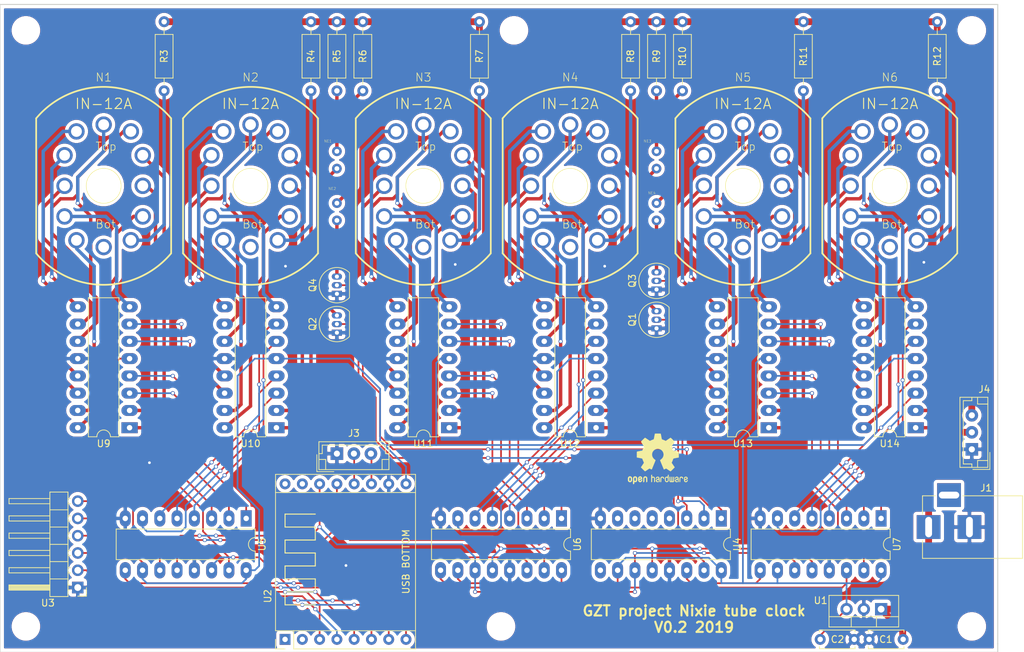
<source format=kicad_pcb>
(kicad_pcb (version 20171130) (host pcbnew 5.1.5-52549c5~84~ubuntu18.04.1)
  (title_block (title NixieClock) (date 2019-08-27) (rev 0.1) (company "GZT project"))
  (layers (0 F.Cu signal) (31 B.Cu signal) (34 B.Paste user) (35 F.Paste user) (36 B.SilkS user) (37 F.SilkS user) (38 B.Mask user) (39 F.Mask user) (44 Edge.Cuts user hide))
  (net 0 "")
  (net 1 +12V)
  (net 2 GND)
  (net 3 +5V)
  (net 4 "Net-(NE1-Pad1)")
  (net 5 "Net-(NE1-Pad2)")
  (net 6 "Net-(NE2-Pad1)")
  (net 7 "Net-(NE2-Pad2)")
  (net 8 "Net-(NE3-Pad1)")
  (net 9 "Net-(NE3-Pad2)")
  (net 10 "Net-(NE4-Pad1)")
  (net 11 "Net-(NE4-Pad2)")
  (net 12 "Net-(Q1-Pad2)")
  (net 13 "Net-(Q2-Pad2)")
  (net 14 "Net-(Q3-Pad2)")
  (net 15 "Net-(Q4-Pad2)")
  (net 16 "Net-(N1-PadA)")
  (net 17 "Net-(N2-PadA)")
  (net 18 "Net-(N3-PadA)")
  (net 19 "Net-(N4-PadA)")
  (net 20 "Net-(N5-PadA)")
  (net 21 "Net-(N6-PadA)")
  (net 22 "Net-(U2-Pad1)")
  (net 23 "Net-(U2-Pad2)")
  (net 24 "Net-(U2-Pad3)")
  (net 25 "Net-(U2-Pad4)")
  (net 26 "Net-(U2-Pad5)")
  (net 27 "Net-(U2-Pad13)")
  (net 28 "Net-(U2-Pad6)")
  (net 29 "Net-(U2-Pad14)")
  (net 30 "Net-(U2-Pad7)")
  (net 31 "Net-(U2-Pad15)")
  (net 32 +3V3)
  (net 33 "Net-(U2-Pad16)")
  (net 34 "Net-(N1-Pad8)")
  (net 35 "Net-(N1-Pad3)")
  (net 36 "Net-(N1-Pad9)")
  (net 37 "Net-(N1-Pad7)")
  (net 38 "Net-(U5-Pad15)")
  (net 39 "Net-(N1-Pad6)")
  (net 40 "Net-(U5-Pad3)")
  (net 41 "Net-(N1-Pad4)")
  (net 42 "Net-(U5-Pad1)")
  (net 43 "Net-(N1-Pad5)")
  (net 44 "Net-(U5-Pad2)")
  (net 45 "Net-(N1-Pad1)")
  (net 46 "Net-(N1-Pad2)")
  (net 47 "Net-(N1-Pad0)")
  (net 48 "Net-(N2-Pad8)")
  (net 49 "Net-(N2-Pad3)")
  (net 50 "Net-(N2-Pad9)")
  (net 51 "Net-(N2-Pad7)")
  (net 52 "Net-(U10-Pad3)")
  (net 53 "Net-(N2-Pad6)")
  (net 54 "Net-(U10-Pad4)")
  (net 55 "Net-(N2-Pad4)")
  (net 56 "Net-(U10-Pad6)")
  (net 57 "Net-(N2-Pad5)")
  (net 58 "Net-(U10-Pad7)")
  (net 59 "Net-(N2-Pad1)")
  (net 60 "Net-(N2-Pad2)")
  (net 61 "Net-(N2-Pad0)")
  (net 62 "Net-(N3-Pad8)")
  (net 63 "Net-(N3-Pad3)")
  (net 64 "Net-(N3-Pad9)")
  (net 65 "Net-(N3-Pad7)")
  (net 66 "Net-(U11-Pad3)")
  (net 67 "Net-(N3-Pad6)")
  (net 68 "Net-(U11-Pad4)")
  (net 69 "Net-(N3-Pad4)")
  (net 70 "Net-(U11-Pad6)")
  (net 71 "Net-(N3-Pad5)")
  (net 72 "Net-(U11-Pad7)")
  (net 73 "Net-(N3-Pad1)")
  (net 74 "Net-(N3-Pad2)")
  (net 75 "Net-(N3-Pad0)")
  (net 76 "Net-(N4-Pad8)")
  (net 77 "Net-(N4-Pad3)")
  (net 78 "Net-(N4-Pad9)")
  (net 79 "Net-(N4-Pad7)")
  (net 80 "Net-(U12-Pad3)")
  (net 81 "Net-(N4-Pad6)")
  (net 82 "Net-(U12-Pad4)")
  (net 83 "Net-(N4-Pad4)")
  (net 84 "Net-(U12-Pad6)")
  (net 85 "Net-(N4-Pad5)")
  (net 86 "Net-(U12-Pad7)")
  (net 87 "Net-(N4-Pad1)")
  (net 88 "Net-(N4-Pad2)")
  (net 89 "Net-(N4-Pad0)")
  (net 90 "Net-(N5-Pad8)")
  (net 91 "Net-(N5-Pad3)")
  (net 92 "Net-(N5-Pad9)")
  (net 93 "Net-(N5-Pad7)")
  (net 94 "Net-(U13-Pad3)")
  (net 95 "Net-(N5-Pad6)")
  (net 96 "Net-(U13-Pad4)")
  (net 97 "Net-(N5-Pad4)")
  (net 98 "Net-(U13-Pad6)")
  (net 99 "Net-(N5-Pad5)")
  (net 100 "Net-(U13-Pad7)")
  (net 101 "Net-(N5-Pad1)")
  (net 102 "Net-(N5-Pad2)")
  (net 103 "Net-(N5-Pad0)")
  (net 104 "Net-(N6-Pad8)")
  (net 105 "Net-(N6-Pad3)")
  (net 106 "Net-(N6-Pad9)")
  (net 107 "Net-(N6-Pad7)")
  (net 108 "Net-(U14-Pad3)")
  (net 109 "Net-(N6-Pad6)")
  (net 110 "Net-(U14-Pad4)")
  (net 111 "Net-(N6-Pad4)")
  (net 112 "Net-(U14-Pad6)")
  (net 113 "Net-(N6-Pad5)")
  (net 114 "Net-(U14-Pad7)")
  (net 115 "Net-(N6-Pad1)")
  (net 116 "Net-(N6-Pad2)")
  (net 117 "Net-(N6-Pad0)")
  (net 118 "Net-(U4-Pad9)")
  (net 119 "Net-(U4-Pad4)")
  (net 120 "Net-(U4-Pad5)")
  (net 121 "Net-(U4-Pad6)")
  (net 122 "Net-(U4-Pad14)")
  (net 123 "Net-(U4-Pad7)")
  (net 124 "Net-(U5-Pad9)")
  (net 125 "Net-(U6-Pad9)")
  (net 126 "Net-(J3-Pad2)")
  (net 127 "Net-(J3-Pad3)")
  (net 128 "Net-(J4-Pad3)")
  (module Resistors_THT:R_Axial_DIN0207_L6.3mm_D2.5mm_P10.16mm_Horizontal (layer F.Cu) (at 97.79 45.72 270)
    (fp_text reference R3 (at 5.08 0 270) (layer F.SilkS))
    (fp_text value 1.5K)
    (pad 2 thru_hole oval (at 10.16 0 270) (size 1.6 1.6) (drill 0.8) (layers *.Cu *.Mask) (net 16 "Net-(N1-PadA)"))
    (pad 1 thru_hole circle (at 0 0 270) (size 1.6 1.6) (drill 0.8) (layers *.Cu *.Mask) (net 128 "Net-(J4-Pad3)"))
  )
  (module Resistors_THT:R_Axial_DIN0207_L6.3mm_D2.5mm_P10.16mm_Horizontal (layer F.Cu) (at 119.38 45.72 270)
    (fp_text reference R4 (at 5.08 0 270) (layer F.SilkS))
    (fp_text value 1.5K)
    (pad 2 thru_hole oval (at 10.16 0 270) (size 1.6 1.6) (drill 0.8) (layers *.Cu *.Mask) (net 17 "Net-(N2-PadA)"))
    (pad 1 thru_hole circle (at 0 0 270) (size 1.6 1.6) (drill 0.8) (layers *.Cu *.Mask) (net 128 "Net-(J4-Pad3)"))
  )
  (module Resistors_THT:R_Axial_DIN0207_L6.3mm_D2.5mm_P10.16mm_Horizontal (layer F.Cu) (at 123.19 45.72 270)
    (fp_text reference R5 (at 5.08 0 270) (layer F.SilkS))
    (fp_text value 180K)
    (pad 2 thru_hole oval (at 10.16 0 270) (size 1.6 1.6) (drill 0.8) (layers *.Cu *.Mask) (net 5 "Net-(NE1-Pad2)"))
    (pad 1 thru_hole circle (at 0 0 270) (size 1.6 1.6) (drill 0.8) (layers *.Cu *.Mask) (net 128 "Net-(J4-Pad3)"))
  )
  (module Resistors_THT:R_Axial_DIN0207_L6.3mm_D2.5mm_P10.16mm_Horizontal (layer F.Cu) (at 127 45.72 270)
    (fp_text reference R6 (at 5.08 0 270) (layer F.SilkS))
    (fp_text value 180K)
    (pad 2 thru_hole oval (at 10.16 0 270) (size 1.6 1.6) (drill 0.8) (layers *.Cu *.Mask) (net 7 "Net-(NE2-Pad2)"))
    (pad 1 thru_hole circle (at 0 0 270) (size 1.6 1.6) (drill 0.8) (layers *.Cu *.Mask) (net 128 "Net-(J4-Pad3)"))
  )
  (module Resistors_THT:R_Axial_DIN0207_L6.3mm_D2.5mm_P10.16mm_Horizontal (layer F.Cu) (at 144.145 45.72 270)
    (fp_text reference R7 (at 5.08 0 270) (layer F.SilkS))
    (fp_text value 1.5K)
    (pad 2 thru_hole oval (at 10.16 0 270) (size 1.6 1.6) (drill 0.8) (layers *.Cu *.Mask) (net 18 "Net-(N3-PadA)"))
    (pad 1 thru_hole circle (at 0 0 270) (size 1.6 1.6) (drill 0.8) (layers *.Cu *.Mask) (net 128 "Net-(J4-Pad3)"))
  )
  (module Resistors_THT:R_Axial_DIN0207_L6.3mm_D2.5mm_P10.16mm_Horizontal (layer F.Cu) (at 166.37 45.72 270)
    (fp_text reference R8 (at 5.08 0 270) (layer F.SilkS))
    (fp_text value 1.5K)
    (pad 2 thru_hole oval (at 10.16 0 270) (size 1.6 1.6) (drill 0.8) (layers *.Cu *.Mask) (net 19 "Net-(N4-PadA)"))
    (pad 1 thru_hole circle (at 0 0 270) (size 1.6 1.6) (drill 0.8) (layers *.Cu *.Mask) (net 128 "Net-(J4-Pad3)"))
  )
  (module Resistors_THT:R_Axial_DIN0207_L6.3mm_D2.5mm_P10.16mm_Horizontal (layer F.Cu) (at 170.18 45.72 270)
    (fp_text reference R9 (at 5.08 0 270) (layer F.SilkS))
    (fp_text value 180K)
    (pad 2 thru_hole oval (at 10.16 0 270) (size 1.6 1.6) (drill 0.8) (layers *.Cu *.Mask) (net 9 "Net-(NE3-Pad2)"))
    (pad 1 thru_hole circle (at 0 0 270) (size 1.6 1.6) (drill 0.8) (layers *.Cu *.Mask) (net 128 "Net-(J4-Pad3)"))
  )
  (module Resistors_THT:R_Axial_DIN0207_L6.3mm_D2.5mm_P10.16mm_Horizontal (layer F.Cu) (at 173.99 45.72 270)
    (fp_text reference R10 (at 5.08 0 270) (layer F.SilkS))
    (fp_text value 180K)
    (pad 2 thru_hole oval (at 10.16 0 270) (size 1.6 1.6) (drill 0.8) (layers *.Cu *.Mask) (net 11 "Net-(NE4-Pad2)"))
    (pad 1 thru_hole circle (at 0 0 270) (size 1.6 1.6) (drill 0.8) (layers *.Cu *.Mask) (net 128 "Net-(J4-Pad3)"))
  )
  (module Resistors_THT:R_Axial_DIN0207_L6.3mm_D2.5mm_P10.16mm_Horizontal (layer F.Cu) (at 191.77 45.72 270)
    (fp_text reference R11 (at 5.08 0 270) (layer F.SilkS))
    (fp_text value 1.5K)
    (pad 2 thru_hole oval (at 10.16 0 270) (size 1.6 1.6) (drill 0.8) (layers *.Cu *.Mask) (net 20 "Net-(N5-PadA)"))
    (pad 1 thru_hole circle (at 0 0 270) (size 1.6 1.6) (drill 0.8) (layers *.Cu *.Mask) (net 128 "Net-(J4-Pad3)"))
  )
  (module Resistors_THT:R_Axial_DIN0207_L6.3mm_D2.5mm_P10.16mm_Horizontal (layer F.Cu) (at 211.455 45.72 270)
    (fp_text reference R12 (at 5.08 0 270) (layer F.SilkS))
    (fp_text value 1.5K)
    (pad 2 thru_hole oval (at 10.16 0 270) (size 1.6 1.6) (drill 0.8) (layers *.Cu *.Mask) (net 21 "Net-(N6-PadA)"))
    (pad 1 thru_hole circle (at 0 0 270) (size 1.6 1.6) (drill 0.8) (layers *.Cu *.Mask) (net 128 "Net-(J4-Pad3)"))
  )
  (module TO_SOT_Packages_THT:TO-92_Inline_Narrow_Oval (layer F.Cu) (at 170.18 90.805 90)
    (fp_text reference Q1 (at 1.27 -3.56 90) (layer F.SilkS))
    (fp_text value MPSA42)
    (pad 1 thru_hole rect (at 0 0 270) (size 0.9 1.5) (drill 0.6) (layers *.Cu *.Mask) (net 2 GND))
    (pad 3 thru_hole oval (at 2.54 0 270) (size 0.9 1.5) (drill 0.6) (layers *.Cu *.Mask) (net 8 "Net-(NE3-Pad1)"))
    (pad 2 thru_hole oval (at 1.27 0 270) (size 0.9 1.5) (drill 0.6) (layers *.Cu *.Mask) (net 12 "Net-(Q1-Pad2)"))
  )
  (module TO_SOT_Packages_THT:TO-92_Inline_Narrow_Oval (layer F.Cu) (at 123.19 91.44 90)
    (fp_text reference Q2 (at 1.27 -3.56 90) (layer F.SilkS))
    (fp_text value MPSA42)
    (pad 1 thru_hole rect (at 0 0 270) (size 0.9 1.5) (drill 0.6) (layers *.Cu *.Mask) (net 2 GND))
    (pad 3 thru_hole oval (at 2.54 0 270) (size 0.9 1.5) (drill 0.6) (layers *.Cu *.Mask) (net 4 "Net-(NE1-Pad1)"))
    (pad 2 thru_hole oval (at 1.27 0 270) (size 0.9 1.5) (drill 0.6) (layers *.Cu *.Mask) (net 13 "Net-(Q2-Pad2)"))
  )
  (module TO_SOT_Packages_THT:TO-92_Inline_Narrow_Oval (layer F.Cu) (at 170.18 85.09 90)
    (fp_text reference Q3 (at 1.27 -3.56 90) (layer F.SilkS))
    (fp_text value MPSA42)
    (pad 1 thru_hole rect (at 0 0 270) (size 0.9 1.5) (drill 0.6) (layers *.Cu *.Mask) (net 2 GND))
    (pad 3 thru_hole oval (at 2.54 0 270) (size 0.9 1.5) (drill 0.6) (layers *.Cu *.Mask) (net 10 "Net-(NE4-Pad1)"))
    (pad 2 thru_hole oval (at 1.27 0 270) (size 0.9 1.5) (drill 0.6) (layers *.Cu *.Mask) (net 14 "Net-(Q3-Pad2)"))
  )
  (module TO_SOT_Packages_THT:TO-92_Inline_Narrow_Oval (layer F.Cu) (at 123.19 85.725 90)
    (fp_text reference Q4 (at 1.27 -3.56 90) (layer F.SilkS))
    (fp_text value MPSA42)
    (pad 1 thru_hole rect (at 0 0 270) (size 0.9 1.5) (drill 0.6) (layers *.Cu *.Mask) (net 2 GND))
    (pad 3 thru_hole oval (at 2.54 0 270) (size 0.9 1.5) (drill 0.6) (layers *.Cu *.Mask) (net 6 "Net-(NE2-Pad1)"))
    (pad 2 thru_hole oval (at 1.27 0 270) (size 0.9 1.5) (drill 0.6) (layers *.Cu *.Mask) (net 15 "Net-(Q4-Pad2)"))
  )
  (module Housings_DIP:DIP-16_W7.62mm_LongPads (layer F.Cu) (at 92.71 105.41 180)
    (fp_text reference U9 (at 3.81 -2.33 180) (layer F.SilkS))
    (fp_text value 74141)
    (pad 16 thru_hole oval (at 7.62 0 180) (size 2.4 1.6) (drill 0.8) (layers *.Cu *.Mask) (net 47 "Net-(N1-Pad0)"))
    (pad 8 thru_hole oval (at 0 17.78 180) (size 2.4 1.6) (drill 0.8) (layers *.Cu *.Mask) (net 46 "Net-(N1-Pad2)"))
    (pad 15 thru_hole oval (at 7.62 2.54 180) (size 2.4 1.6) (drill 0.8) (layers *.Cu *.Mask) (net 45 "Net-(N1-Pad1)"))
    (pad 7 thru_hole oval (at 0 15.24 180) (size 2.4 1.6) (drill 0.8) (layers *.Cu *.Mask) (net 44 "Net-(U5-Pad2)"))
    (pad 14 thru_hole oval (at 7.62 5.08 180) (size 2.4 1.6) (drill 0.8) (layers *.Cu *.Mask) (net 43 "Net-(N1-Pad5)"))
    (pad 6 thru_hole oval (at 0 12.7 180) (size 2.4 1.6) (drill 0.8) (layers *.Cu *.Mask) (net 42 "Net-(U5-Pad1)"))
    (pad 13 thru_hole oval (at 7.62 7.62 180) (size 2.4 1.6) (drill 0.8) (layers *.Cu *.Mask) (net 41 "Net-(N1-Pad4)"))
    (pad 5 thru_hole oval (at 0 10.16 180) (size 2.4 1.6) (drill 0.8) (layers *.Cu *.Mask) (net 3 +5V))
    (pad 12 thru_hole oval (at 7.62 10.16 180) (size 2.4 1.6) (drill 0.8) (layers *.Cu *.Mask) (net 2 GND))
    (pad 4 thru_hole oval (at 0 7.62 180) (size 2.4 1.6) (drill 0.8) (layers *.Cu *.Mask) (net 40 "Net-(U5-Pad3)"))
    (pad 11 thru_hole oval (at 7.62 12.7 180) (size 2.4 1.6) (drill 0.8) (layers *.Cu *.Mask) (net 39 "Net-(N1-Pad6)"))
    (pad 3 thru_hole oval (at 0 5.08 180) (size 2.4 1.6) (drill 0.8) (layers *.Cu *.Mask) (net 38 "Net-(U5-Pad15)"))
    (pad 10 thru_hole oval (at 7.62 15.24 180) (size 2.4 1.6) (drill 0.8) (layers *.Cu *.Mask) (net 37 "Net-(N1-Pad7)"))
    (pad 2 thru_hole oval (at 0 2.54 180) (size 2.4 1.6) (drill 0.8) (layers *.Cu *.Mask) (net 36 "Net-(N1-Pad9)"))
    (pad 9 thru_hole oval (at 7.62 17.78 180) (size 2.4 1.6) (drill 0.8) (layers *.Cu *.Mask) (net 35 "Net-(N1-Pad3)"))
    (pad 1 thru_hole rect (at 0 0 180) (size 2.4 1.6) (drill 0.8) (layers *.Cu *.Mask) (net 34 "Net-(N1-Pad8)"))
  )
  (module Housings_DIP:DIP-16_W7.62mm_LongPads (layer F.Cu) (at 114.3 105.41 180)
    (fp_text reference U10 (at 3.81 -2.33 180) (layer F.SilkS))
    (fp_text value 74141)
    (pad 16 thru_hole oval (at 7.62 0 180) (size 2.4 1.6) (drill 0.8) (layers *.Cu *.Mask) (net 61 "Net-(N2-Pad0)"))
    (pad 8 thru_hole oval (at 0 17.78 180) (size 2.4 1.6) (drill 0.8) (layers *.Cu *.Mask) (net 60 "Net-(N2-Pad2)"))
    (pad 15 thru_hole oval (at 7.62 2.54 180) (size 2.4 1.6) (drill 0.8) (layers *.Cu *.Mask) (net 59 "Net-(N2-Pad1)"))
    (pad 7 thru_hole oval (at 0 15.24 180) (size 2.4 1.6) (drill 0.8) (layers *.Cu *.Mask) (net 58 "Net-(U10-Pad7)"))
    (pad 14 thru_hole oval (at 7.62 5.08 180) (size 2.4 1.6) (drill 0.8) (layers *.Cu *.Mask) (net 57 "Net-(N2-Pad5)"))
    (pad 6 thru_hole oval (at 0 12.7 180) (size 2.4 1.6) (drill 0.8) (layers *.Cu *.Mask) (net 56 "Net-(U10-Pad6)"))
    (pad 13 thru_hole oval (at 7.62 7.62 180) (size 2.4 1.6) (drill 0.8) (layers *.Cu *.Mask) (net 55 "Net-(N2-Pad4)"))
    (pad 5 thru_hole oval (at 0 10.16 180) (size 2.4 1.6) (drill 0.8) (layers *.Cu *.Mask) (net 3 +5V))
    (pad 12 thru_hole oval (at 7.62 10.16 180) (size 2.4 1.6) (drill 0.8) (layers *.Cu *.Mask) (net 2 GND))
    (pad 4 thru_hole oval (at 0 7.62 180) (size 2.4 1.6) (drill 0.8) (layers *.Cu *.Mask) (net 54 "Net-(U10-Pad4)"))
    (pad 11 thru_hole oval (at 7.62 12.7 180) (size 2.4 1.6) (drill 0.8) (layers *.Cu *.Mask) (net 53 "Net-(N2-Pad6)"))
    (pad 3 thru_hole oval (at 0 5.08 180) (size 2.4 1.6) (drill 0.8) (layers *.Cu *.Mask) (net 52 "Net-(U10-Pad3)"))
    (pad 10 thru_hole oval (at 7.62 15.24 180) (size 2.4 1.6) (drill 0.8) (layers *.Cu *.Mask) (net 51 "Net-(N2-Pad7)"))
    (pad 2 thru_hole oval (at 0 2.54 180) (size 2.4 1.6) (drill 0.8) (layers *.Cu *.Mask) (net 50 "Net-(N2-Pad9)"))
    (pad 9 thru_hole oval (at 7.62 17.78 180) (size 2.4 1.6) (drill 0.8) (layers *.Cu *.Mask) (net 49 "Net-(N2-Pad3)"))
    (pad 1 thru_hole rect (at 0 0 180) (size 2.4 1.6) (drill 0.8) (layers *.Cu *.Mask) (net 48 "Net-(N2-Pad8)"))
  )
  (module Housings_DIP:DIP-16_W7.62mm_LongPads (layer F.Cu) (at 139.7 105.41 180)
    (fp_text reference U11 (at 3.81 -2.33 180) (layer F.SilkS))
    (fp_text value 74141)
    (pad 16 thru_hole oval (at 7.62 0 180) (size 2.4 1.6) (drill 0.8) (layers *.Cu *.Mask) (net 75 "Net-(N3-Pad0)"))
    (pad 8 thru_hole oval (at 0 17.78 180) (size 2.4 1.6) (drill 0.8) (layers *.Cu *.Mask) (net 74 "Net-(N3-Pad2)"))
    (pad 15 thru_hole oval (at 7.62 2.54 180) (size 2.4 1.6) (drill 0.8) (layers *.Cu *.Mask) (net 73 "Net-(N3-Pad1)"))
    (pad 7 thru_hole oval (at 0 15.24 180) (size 2.4 1.6) (drill 0.8) (layers *.Cu *.Mask) (net 72 "Net-(U11-Pad7)"))
    (pad 14 thru_hole oval (at 7.62 5.08 180) (size 2.4 1.6) (drill 0.8) (layers *.Cu *.Mask) (net 71 "Net-(N3-Pad5)"))
    (pad 6 thru_hole oval (at 0 12.7 180) (size 2.4 1.6) (drill 0.8) (layers *.Cu *.Mask) (net 70 "Net-(U11-Pad6)"))
    (pad 13 thru_hole oval (at 7.62 7.62 180) (size 2.4 1.6) (drill 0.8) (layers *.Cu *.Mask) (net 69 "Net-(N3-Pad4)"))
    (pad 5 thru_hole oval (at 0 10.16 180) (size 2.4 1.6) (drill 0.8) (layers *.Cu *.Mask) (net 3 +5V))
    (pad 12 thru_hole oval (at 7.62 10.16 180) (size 2.4 1.6) (drill 0.8) (layers *.Cu *.Mask) (net 2 GND))
    (pad 4 thru_hole oval (at 0 7.62 180) (size 2.4 1.6) (drill 0.8) (layers *.Cu *.Mask) (net 68 "Net-(U11-Pad4)"))
    (pad 11 thru_hole oval (at 7.62 12.7 180) (size 2.4 1.6) (drill 0.8) (layers *.Cu *.Mask) (net 67 "Net-(N3-Pad6)"))
    (pad 3 thru_hole oval (at 0 5.08 180) (size 2.4 1.6) (drill 0.8) (layers *.Cu *.Mask) (net 66 "Net-(U11-Pad3)"))
    (pad 10 thru_hole oval (at 7.62 15.24 180) (size 2.4 1.6) (drill 0.8) (layers *.Cu *.Mask) (net 65 "Net-(N3-Pad7)"))
    (pad 2 thru_hole oval (at 0 2.54 180) (size 2.4 1.6) (drill 0.8) (layers *.Cu *.Mask) (net 64 "Net-(N3-Pad9)"))
    (pad 9 thru_hole oval (at 7.62 17.78 180) (size 2.4 1.6) (drill 0.8) (layers *.Cu *.Mask) (net 63 "Net-(N3-Pad3)"))
    (pad 1 thru_hole rect (at 0 0 180) (size 2.4 1.6) (drill 0.8) (layers *.Cu *.Mask) (net 62 "Net-(N3-Pad8)"))
  )
  (module Housings_DIP:DIP-16_W7.62mm_LongPads (layer F.Cu) (at 161.29 105.41 180)
    (fp_text reference U12 (at 3.81 -2.33 180) (layer F.SilkS))
    (fp_text value 74141)
    (pad 16 thru_hole oval (at 7.62 0 180) (size 2.4 1.6) (drill 0.8) (layers *.Cu *.Mask) (net 89 "Net-(N4-Pad0)"))
    (pad 8 thru_hole oval (at 0 17.78 180) (size 2.4 1.6) (drill 0.8) (layers *.Cu *.Mask) (net 88 "Net-(N4-Pad2)"))
    (pad 15 thru_hole oval (at 7.62 2.54 180) (size 2.4 1.6) (drill 0.8) (layers *.Cu *.Mask) (net 87 "Net-(N4-Pad1)"))
    (pad 7 thru_hole oval (at 0 15.24 180) (size 2.4 1.6) (drill 0.8) (layers *.Cu *.Mask) (net 86 "Net-(U12-Pad7)"))
    (pad 14 thru_hole oval (at 7.62 5.08 180) (size 2.4 1.6) (drill 0.8) (layers *.Cu *.Mask) (net 85 "Net-(N4-Pad5)"))
    (pad 6 thru_hole oval (at 0 12.7 180) (size 2.4 1.6) (drill 0.8) (layers *.Cu *.Mask) (net 84 "Net-(U12-Pad6)"))
    (pad 13 thru_hole oval (at 7.62 7.62 180) (size 2.4 1.6) (drill 0.8) (layers *.Cu *.Mask) (net 83 "Net-(N4-Pad4)"))
    (pad 5 thru_hole oval (at 0 10.16 180) (size 2.4 1.6) (drill 0.8) (layers *.Cu *.Mask) (net 3 +5V))
    (pad 12 thru_hole oval (at 7.62 10.16 180) (size 2.4 1.6) (drill 0.8) (layers *.Cu *.Mask) (net 2 GND))
    (pad 4 thru_hole oval (at 0 7.62 180) (size 2.4 1.6) (drill 0.8) (layers *.Cu *.Mask) (net 82 "Net-(U12-Pad4)"))
    (pad 11 thru_hole oval (at 7.62 12.7 180) (size 2.4 1.6) (drill 0.8) (layers *.Cu *.Mask) (net 81 "Net-(N4-Pad6)"))
    (pad 3 thru_hole oval (at 0 5.08 180) (size 2.4 1.6) (drill 0.8) (layers *.Cu *.Mask) (net 80 "Net-(U12-Pad3)"))
    (pad 10 thru_hole oval (at 7.62 15.24 180) (size 2.4 1.6) (drill 0.8) (layers *.Cu *.Mask) (net 79 "Net-(N4-Pad7)"))
    (pad 2 thru_hole oval (at 0 2.54 180) (size 2.4 1.6) (drill 0.8) (layers *.Cu *.Mask) (net 78 "Net-(N4-Pad9)"))
    (pad 9 thru_hole oval (at 7.62 17.78 180) (size 2.4 1.6) (drill 0.8) (layers *.Cu *.Mask) (net 77 "Net-(N4-Pad3)"))
    (pad 1 thru_hole rect (at 0 0 180) (size 2.4 1.6) (drill 0.8) (layers *.Cu *.Mask) (net 76 "Net-(N4-Pad8)"))
  )
  (module Housings_DIP:DIP-16_W7.62mm_LongPads (layer F.Cu) (at 186.69 105.41 180)
    (fp_text reference U13 (at 3.81 -2.33 180) (layer F.SilkS))
    (fp_text value 74141)
    (pad 16 thru_hole oval (at 7.62 0 180) (size 2.4 1.6) (drill 0.8) (layers *.Cu *.Mask) (net 103 "Net-(N5-Pad0)"))
    (pad 8 thru_hole oval (at 0 17.78 180) (size 2.4 1.6) (drill 0.8) (layers *.Cu *.Mask) (net 102 "Net-(N5-Pad2)"))
    (pad 15 thru_hole oval (at 7.62 2.54 180) (size 2.4 1.6) (drill 0.8) (layers *.Cu *.Mask) (net 101 "Net-(N5-Pad1)"))
    (pad 7 thru_hole oval (at 0 15.24 180) (size 2.4 1.6) (drill 0.8) (layers *.Cu *.Mask) (net 100 "Net-(U13-Pad7)"))
    (pad 14 thru_hole oval (at 7.62 5.08 180) (size 2.4 1.6) (drill 0.8) (layers *.Cu *.Mask) (net 99 "Net-(N5-Pad5)"))
    (pad 6 thru_hole oval (at 0 12.7 180) (size 2.4 1.6) (drill 0.8) (layers *.Cu *.Mask) (net 98 "Net-(U13-Pad6)"))
    (pad 13 thru_hole oval (at 7.62 7.62 180) (size 2.4 1.6) (drill 0.8) (layers *.Cu *.Mask) (net 97 "Net-(N5-Pad4)"))
    (pad 5 thru_hole oval (at 0 10.16 180) (size 2.4 1.6) (drill 0.8) (layers *.Cu *.Mask) (net 3 +5V))
    (pad 12 thru_hole oval (at 7.62 10.16 180) (size 2.4 1.6) (drill 0.8) (layers *.Cu *.Mask) (net 2 GND))
    (pad 4 thru_hole oval (at 0 7.62 180) (size 2.4 1.6) (drill 0.8) (layers *.Cu *.Mask) (net 96 "Net-(U13-Pad4)"))
    (pad 11 thru_hole oval (at 7.62 12.7 180) (size 2.4 1.6) (drill 0.8) (layers *.Cu *.Mask) (net 95 "Net-(N5-Pad6)"))
    (pad 3 thru_hole oval (at 0 5.08 180) (size 2.4 1.6) (drill 0.8) (layers *.Cu *.Mask) (net 94 "Net-(U13-Pad3)"))
    (pad 10 thru_hole oval (at 7.62 15.24 180) (size 2.4 1.6) (drill 0.8) (layers *.Cu *.Mask) (net 93 "Net-(N5-Pad7)"))
    (pad 2 thru_hole oval (at 0 2.54 180) (size 2.4 1.6) (drill 0.8) (layers *.Cu *.Mask) (net 92 "Net-(N5-Pad9)"))
    (pad 9 thru_hole oval (at 7.62 17.78 180) (size 2.4 1.6) (drill 0.8) (layers *.Cu *.Mask) (net 91 "Net-(N5-Pad3)"))
    (pad 1 thru_hole rect (at 0 0 180) (size 2.4 1.6) (drill 0.8) (layers *.Cu *.Mask) (net 90 "Net-(N5-Pad8)"))
  )
  (module Housings_DIP:DIP-16_W7.62mm_LongPads (layer F.Cu) (at 208.28 105.41 180)
    (fp_text reference U14 (at 3.81 -2.33 180) (layer F.SilkS))
    (fp_text value 74141)
    (pad 16 thru_hole oval (at 7.62 0 180) (size 2.4 1.6) (drill 0.8) (layers *.Cu *.Mask) (net 117 "Net-(N6-Pad0)"))
    (pad 8 thru_hole oval (at 0 17.78 180) (size 2.4 1.6) (drill 0.8) (layers *.Cu *.Mask) (net 116 "Net-(N6-Pad2)"))
    (pad 15 thru_hole oval (at 7.62 2.54 180) (size 2.4 1.6) (drill 0.8) (layers *.Cu *.Mask) (net 115 "Net-(N6-Pad1)"))
    (pad 7 thru_hole oval (at 0 15.24 180) (size 2.4 1.6) (drill 0.8) (layers *.Cu *.Mask) (net 114 "Net-(U14-Pad7)"))
    (pad 14 thru_hole oval (at 7.62 5.08 180) (size 2.4 1.6) (drill 0.8) (layers *.Cu *.Mask) (net 113 "Net-(N6-Pad5)"))
    (pad 6 thru_hole oval (at 0 12.7 180) (size 2.4 1.6) (drill 0.8) (layers *.Cu *.Mask) (net 112 "Net-(U14-Pad6)"))
    (pad 13 thru_hole oval (at 7.62 7.62 180) (size 2.4 1.6) (drill 0.8) (layers *.Cu *.Mask) (net 111 "Net-(N6-Pad4)"))
    (pad 5 thru_hole oval (at 0 10.16 180) (size 2.4 1.6) (drill 0.8) (layers *.Cu *.Mask) (net 3 +5V))
    (pad 12 thru_hole oval (at 7.62 10.16 180) (size 2.4 1.6) (drill 0.8) (layers *.Cu *.Mask) (net 2 GND))
    (pad 4 thru_hole oval (at 0 7.62 180) (size 2.4 1.6) (drill 0.8) (layers *.Cu *.Mask) (net 110 "Net-(U14-Pad4)"))
    (pad 11 thru_hole oval (at 7.62 12.7 180) (size 2.4 1.6) (drill 0.8) (layers *.Cu *.Mask) (net 109 "Net-(N6-Pad6)"))
    (pad 3 thru_hole oval (at 0 5.08 180) (size 2.4 1.6) (drill 0.8) (layers *.Cu *.Mask) (net 108 "Net-(U14-Pad3)"))
    (pad 10 thru_hole oval (at 7.62 15.24 180) (size 2.4 1.6) (drill 0.8) (layers *.Cu *.Mask) (net 107 "Net-(N6-Pad7)"))
    (pad 2 thru_hole oval (at 0 2.54 180) (size 2.4 1.6) (drill 0.8) (layers *.Cu *.Mask) (net 106 "Net-(N6-Pad9)"))
    (pad 9 thru_hole oval (at 7.62 17.78 180) (size 2.4 1.6) (drill 0.8) (layers *.Cu *.Mask) (net 105 "Net-(N6-Pad3)"))
    (pad 1 thru_hole rect (at 0 0 180) (size 2.4 1.6) (drill 0.8) (layers *.Cu *.Mask) (net 104 "Net-(N6-Pad8)"))
  )
  (module nixies-us:IN-12-DSUB (layer F.Cu) (at 88.9 69.85)
    (fp_text reference N1 (at -1.27 -15.24 180) (layer F.SilkS) (effects (font (size 1.2065 1.2065) (thickness 0.1016)) (justify left bottom)))
    (fp_text value IN-12A (at 0 -12.065) (layer F.SilkS) (effects (font (size 1.524 1.524))))
    (fp_text user Bot (at -1.27 6.35) (layer F.SilkS) (effects (font (size 1.2065 1.2065) (thickness 0.1016)) (justify left bottom)))
    (fp_text user Top (at -1.27 -5.08) (layer F.SilkS) (effects (font (size 1.2065 1.2065) (thickness 0.1016)) (justify left bottom)))
    (pad 6 thru_hole circle (at 0 -9) (size 2.4 2.4) (drill 1.6) (layers *.Cu *.Mask) (net 39 "Net-(N1-Pad6)"))
    (pad 9 thru_hole circle (at 5.75 0) (size 2.4 2.4) (drill 1.6) (layers *.Cu *.Mask) (net 36 "Net-(N1-Pad9)"))
    (pad 8 thru_hole circle (at 5.75 -4.5) (size 2.4 2.4) (drill 1.6) (layers *.Cu *.Mask) (net 34 "Net-(N1-Pad8)"))
    (pad LHDP thru_hole circle (at 0 9) (size 2.4 2.4) (drill 1.6) (layers *.Cu *.Mask))
    (pad 0 thru_hole circle (at 5.75 4.5) (size 2.4 2.4) (drill 1.6) (layers *.Cu *.Mask) (net 47 "Net-(N1-Pad0)"))
    (pad A thru_hole circle (at 4 8) (size 2.4 2.4) (drill 1.6) (layers *.Cu *.Mask) (net 16 "Net-(N1-PadA)"))
    (pad 7 thru_hole circle (at 4 -8) (size 2.4 2.4) (drill 1.6) (layers *.Cu *.Mask) (net 37 "Net-(N1-Pad7)"))
    (pad 5 thru_hole circle (at -4 -8) (size 2.4 2.4) (drill 1.6) (layers *.Cu *.Mask) (net 43 "Net-(N1-Pad5)"))
    (pad 4 thru_hole circle (at -5.75 -4.5) (size 2.4 2.4) (drill 1.6) (layers *.Cu *.Mask) (net 41 "Net-(N1-Pad4)"))
    (pad 3 thru_hole circle (at -5.75 0) (size 2.4 2.4) (drill 1.6) (layers *.Cu *.Mask) (net 35 "Net-(N1-Pad3)"))
    (pad 2 thru_hole circle (at -5.75 4.5) (size 2.4 2.4) (drill 1.6) (layers *.Cu *.Mask) (net 46 "Net-(N1-Pad2)"))
    (pad 1 thru_hole circle (at -4 8) (size 2.4 2.4) (drill 1.6) (layers *.Cu *.Mask) (net 45 "Net-(N1-Pad1)"))
    (pad "" np_thru_hole circle (at 0 0) (size 5 5) (drill 5) (layers *.Cu))
  )
  (module Modules:Pololu_Breakout-16_15.2x20.3mm (layer F.Cu) (at 115.57 136.525 90)
    (fp_text reference U2 (at 6.35 -2.54 90) (layer F.SilkS))
    (fp_text value WeMos_D1_mini)
    (fp_text user "USB BOTTOM" (at 11.43 17.78 90) (layer F.SilkS))
    (pad 1 thru_hole rect (at 0 0 90) (size 1.6 1.6) (drill 0.8) (layers *.Cu *.Mask) (net 22 "Net-(U2-Pad1)"))
    (pad 9 thru_hole oval (at 22.86 17.78 90) (size 1.6 1.6) (drill 0.8) (layers *.Cu *.Mask) (net 3 +5V))
    (pad 2 thru_hole oval (at 0 2.54 90) (size 1.6 1.6) (drill 0.8) (layers *.Cu *.Mask) (net 23 "Net-(U2-Pad2)"))
    (pad 10 thru_hole oval (at 22.86 15.24 90) (size 1.6 1.6) (drill 0.8) (layers *.Cu *.Mask) (net 2 GND))
    (pad 3 thru_hole oval (at 0 5.08 90) (size 1.6 1.6) (drill 0.8) (layers *.Cu *.Mask) (net 24 "Net-(U2-Pad3)"))
    (pad 11 thru_hole oval (at 22.86 12.7 90) (size 1.6 1.6) (drill 0.8) (layers *.Cu *.Mask) (net 127 "Net-(J3-Pad3)"))
    (pad 4 thru_hole oval (at 0 7.62 90) (size 1.6 1.6) (drill 0.8) (layers *.Cu *.Mask) (net 25 "Net-(U2-Pad4)"))
    (pad 12 thru_hole oval (at 22.86 10.16 90) (size 1.6 1.6) (drill 0.8) (layers *.Cu *.Mask) (net 126 "Net-(J3-Pad2)"))
    (pad 5 thru_hole oval (at 0 10.16 90) (size 1.6 1.6) (drill 0.8) (layers *.Cu *.Mask) (net 26 "Net-(U2-Pad5)"))
    (pad 13 thru_hole oval (at 22.86 7.62 90) (size 1.6 1.6) (drill 0.8) (layers *.Cu *.Mask) (net 27 "Net-(U2-Pad13)"))
    (pad 6 thru_hole oval (at 0 12.7 90) (size 1.6 1.6) (drill 0.8) (layers *.Cu *.Mask) (net 28 "Net-(U2-Pad6)"))
    (pad 14 thru_hole oval (at 22.86 5.08 90) (size 1.6 1.6) (drill 0.8) (layers *.Cu *.Mask) (net 29 "Net-(U2-Pad14)"))
    (pad 7 thru_hole oval (at 0 15.24 90) (size 1.6 1.6) (drill 0.8) (layers *.Cu *.Mask) (net 30 "Net-(U2-Pad7)"))
    (pad 15 thru_hole oval (at 22.86 2.54 90) (size 1.6 1.6) (drill 0.8) (layers *.Cu *.Mask) (net 31 "Net-(U2-Pad15)"))
    (pad 8 thru_hole oval (at 0 17.78 90) (size 1.6 1.6) (drill 0.8) (layers *.Cu *.Mask) (net 32 +3V3))
    (pad 16 thru_hole oval (at 22.86 0 90) (size 1.6 1.6) (drill 0.8) (layers *.Cu *.Mask) (net 33 "Net-(U2-Pad16)"))
  )
  (module Connectors_JST:JST_EH_B03B-EH-A_03x2.50mm_Straight (layer F.Cu) (at 123.19 109.22)
    (fp_text reference J3 (at 2.5 -3) (layer F.SilkS))
    (fp_text value Conn_01x03_Male)
    (pad 1 thru_hole rect (at 0 0) (size 1.85 1.85) (drill 0.9) (layers *.Cu *.Mask) (net 2 GND))
    (pad 2 thru_hole circle (at 2.5 0) (size 1.85 1.85) (drill 0.9) (layers *.Cu *.Mask) (net 126 "Net-(J3-Pad2)"))
    (pad 3 thru_hole circle (at 5 0) (size 1.85 1.85) (drill 0.9) (layers *.Cu *.Mask) (net 127 "Net-(J3-Pad3)"))
  )
  (module Connector_PinHeader_2.54mm:PinHeader_1x06_P2.54mm_Horizontal (layer F.Cu) (at 85.09 128.905 180)
    (fp_text reference U3 (at 4.385 -2.27 180) (layer F.SilkS))
    (fp_text value BME280)
    (pad 1 thru_hole rect (at 0 0 180) (size 1.7 1.7) (drill 1) (layers *.Cu *.Mask) (net 2 GND))
    (pad 2 thru_hole oval (at 0 2.54 180) (size 1.7 1.7) (drill 1) (layers *.Cu *.Mask) (net 30 "Net-(U2-Pad7)"))
    (pad 3 thru_hole oval (at 0 5.08 180) (size 1.7 1.7) (drill 1) (layers *.Cu *.Mask) (net 28 "Net-(U2-Pad6)"))
    (pad 4 thru_hole oval (at 0 7.62 180) (size 1.7 1.7) (drill 1) (layers *.Cu *.Mask) (net 25 "Net-(U2-Pad4)"))
    (pad 5 thru_hole oval (at 0 10.16 180) (size 1.7 1.7) (drill 1) (layers *.Cu *.Mask) (net 26 "Net-(U2-Pad5)"))
    (pad 6 thru_hole oval (at 0 12.7 180) (size 1.7 1.7) (drill 1) (layers *.Cu *.Mask) (net 32 +3V3))
  )
  (module nixies-us:IN-12-DSUB (layer F.Cu) (at 110.49 69.85)
    (fp_text reference N2 (at -1.27 -15.24 180) (layer F.SilkS) (effects (font (size 1.2065 1.2065) (thickness 0.1016)) (justify left bottom)))
    (fp_text value IN-12A (at 0 -12.065) (layer F.SilkS) (effects (font (size 1.524 1.524))))
    (fp_text user Bot (at -1.27 6.35) (layer F.SilkS) (effects (font (size 1.2065 1.2065) (thickness 0.1016)) (justify left bottom)))
    (fp_text user Top (at -1.27 -5.08) (layer F.SilkS) (effects (font (size 1.2065 1.2065) (thickness 0.1016)) (justify left bottom)))
    (pad 6 thru_hole circle (at 0 -9) (size 2.4 2.4) (drill 1.6) (layers *.Cu *.Mask) (net 53 "Net-(N2-Pad6)"))
    (pad 9 thru_hole circle (at 5.75 0) (size 2.4 2.4) (drill 1.6) (layers *.Cu *.Mask) (net 50 "Net-(N2-Pad9)"))
    (pad 8 thru_hole circle (at 5.75 -4.5) (size 2.4 2.4) (drill 1.6) (layers *.Cu *.Mask) (net 48 "Net-(N2-Pad8)"))
    (pad LHDP thru_hole circle (at 0 9) (size 2.4 2.4) (drill 1.6) (layers *.Cu *.Mask))
    (pad 0 thru_hole circle (at 5.75 4.5) (size 2.4 2.4) (drill 1.6) (layers *.Cu *.Mask) (net 61 "Net-(N2-Pad0)"))
    (pad A thru_hole circle (at 4 8) (size 2.4 2.4) (drill 1.6) (layers *.Cu *.Mask) (net 17 "Net-(N2-PadA)"))
    (pad 7 thru_hole circle (at 4 -8) (size 2.4 2.4) (drill 1.6) (layers *.Cu *.Mask) (net 51 "Net-(N2-Pad7)"))
    (pad 5 thru_hole circle (at -4 -8) (size 2.4 2.4) (drill 1.6) (layers *.Cu *.Mask) (net 57 "Net-(N2-Pad5)"))
    (pad 4 thru_hole circle (at -5.75 -4.5) (size 2.4 2.4) (drill 1.6) (layers *.Cu *.Mask) (net 55 "Net-(N2-Pad4)"))
    (pad 3 thru_hole circle (at -5.75 0) (size 2.4 2.4) (drill 1.6) (layers *.Cu *.Mask) (net 49 "Net-(N2-Pad3)"))
    (pad 2 thru_hole circle (at -5.75 4.5) (size 2.4 2.4) (drill 1.6) (layers *.Cu *.Mask) (net 60 "Net-(N2-Pad2)"))
    (pad 1 thru_hole circle (at -4 8) (size 2.4 2.4) (drill 1.6) (layers *.Cu *.Mask) (net 59 "Net-(N2-Pad1)"))
    (pad "" np_thru_hole circle (at 0 0) (size 5 5) (drill 5) (layers *.Cu))
  )
  (module nixies-us:IN-12-DSUB (layer F.Cu) (at 135.89 69.85)
    (fp_text reference N3 (at -1.27 -15.24 180) (layer F.SilkS) (effects (font (size 1.2065 1.2065) (thickness 0.1016)) (justify left bottom)))
    (fp_text value IN-12A (at 0 -12.065) (layer F.SilkS) (effects (font (size 1.524 1.524))))
    (fp_text user Bot (at -1.27 6.35) (layer F.SilkS) (effects (font (size 1.2065 1.2065) (thickness 0.1016)) (justify left bottom)))
    (fp_text user Top (at -1.27 -5.08) (layer F.SilkS) (effects (font (size 1.2065 1.2065) (thickness 0.1016)) (justify left bottom)))
    (pad 6 thru_hole circle (at 0 -9) (size 2.4 2.4) (drill 1.6) (layers *.Cu *.Mask) (net 67 "Net-(N3-Pad6)"))
    (pad 9 thru_hole circle (at 5.75 0) (size 2.4 2.4) (drill 1.6) (layers *.Cu *.Mask) (net 64 "Net-(N3-Pad9)"))
    (pad 8 thru_hole circle (at 5.75 -4.5) (size 2.4 2.4) (drill 1.6) (layers *.Cu *.Mask) (net 62 "Net-(N3-Pad8)"))
    (pad LHDP thru_hole circle (at 0 9) (size 2.4 2.4) (drill 1.6) (layers *.Cu *.Mask))
    (pad 0 thru_hole circle (at 5.75 4.5) (size 2.4 2.4) (drill 1.6) (layers *.Cu *.Mask) (net 75 "Net-(N3-Pad0)"))
    (pad A thru_hole circle (at 4 8) (size 2.4 2.4) (drill 1.6) (layers *.Cu *.Mask) (net 18 "Net-(N3-PadA)"))
    (pad 7 thru_hole circle (at 4 -8) (size 2.4 2.4) (drill 1.6) (layers *.Cu *.Mask) (net 65 "Net-(N3-Pad7)"))
    (pad 5 thru_hole circle (at -4 -8) (size 2.4 2.4) (drill 1.6) (layers *.Cu *.Mask) (net 71 "Net-(N3-Pad5)"))
    (pad 4 thru_hole circle (at -5.75 -4.5) (size 2.4 2.4) (drill 1.6) (layers *.Cu *.Mask) (net 69 "Net-(N3-Pad4)"))
    (pad 3 thru_hole circle (at -5.75 0) (size 2.4 2.4) (drill 1.6) (layers *.Cu *.Mask) (net 63 "Net-(N3-Pad3)"))
    (pad 2 thru_hole circle (at -5.75 4.5) (size 2.4 2.4) (drill 1.6) (layers *.Cu *.Mask) (net 74 "Net-(N3-Pad2)"))
    (pad 1 thru_hole circle (at -4 8) (size 2.4 2.4) (drill 1.6) (layers *.Cu *.Mask) (net 73 "Net-(N3-Pad1)"))
    (pad "" np_thru_hole circle (at 0 0) (size 5 5) (drill 5) (layers *.Cu))
  )
  (module nixies-us:IN-12-DSUB (layer F.Cu) (at 157.48 69.85)
    (fp_text reference N4 (at -1.27 -15.24 180) (layer F.SilkS) (effects (font (size 1.2065 1.2065) (thickness 0.1016)) (justify left bottom)))
    (fp_text value IN-12A (at 0 -12.065) (layer F.SilkS) (effects (font (size 1.524 1.524))))
    (fp_text user Bot (at -1.27 6.35) (layer F.SilkS) (effects (font (size 1.2065 1.2065) (thickness 0.1016)) (justify left bottom)))
    (fp_text user Top (at -1.27 -5.08) (layer F.SilkS) (effects (font (size 1.2065 1.2065) (thickness 0.1016)) (justify left bottom)))
    (pad 6 thru_hole circle (at 0 -9) (size 2.4 2.4) (drill 1.6) (layers *.Cu *.Mask) (net 81 "Net-(N4-Pad6)"))
    (pad 9 thru_hole circle (at 5.75 0) (size 2.4 2.4) (drill 1.6) (layers *.Cu *.Mask) (net 78 "Net-(N4-Pad9)"))
    (pad 8 thru_hole circle (at 5.75 -4.5) (size 2.4 2.4) (drill 1.6) (layers *.Cu *.Mask) (net 76 "Net-(N4-Pad8)"))
    (pad LHDP thru_hole circle (at 0 9) (size 2.4 2.4) (drill 1.6) (layers *.Cu *.Mask))
    (pad 0 thru_hole circle (at 5.75 4.5) (size 2.4 2.4) (drill 1.6) (layers *.Cu *.Mask) (net 89 "Net-(N4-Pad0)"))
    (pad A thru_hole circle (at 4 8) (size 2.4 2.4) (drill 1.6) (layers *.Cu *.Mask) (net 19 "Net-(N4-PadA)"))
    (pad 7 thru_hole circle (at 4 -8) (size 2.4 2.4) (drill 1.6) (layers *.Cu *.Mask) (net 79 "Net-(N4-Pad7)"))
    (pad 5 thru_hole circle (at -4 -8) (size 2.4 2.4) (drill 1.6) (layers *.Cu *.Mask) (net 85 "Net-(N4-Pad5)"))
    (pad 4 thru_hole circle (at -5.75 -4.5) (size 2.4 2.4) (drill 1.6) (layers *.Cu *.Mask) (net 83 "Net-(N4-Pad4)"))
    (pad 3 thru_hole circle (at -5.75 0) (size 2.4 2.4) (drill 1.6) (layers *.Cu *.Mask) (net 77 "Net-(N4-Pad3)"))
    (pad 2 thru_hole circle (at -5.75 4.5) (size 2.4 2.4) (drill 1.6) (layers *.Cu *.Mask) (net 88 "Net-(N4-Pad2)"))
    (pad 1 thru_hole circle (at -4 8) (size 2.4 2.4) (drill 1.6) (layers *.Cu *.Mask) (net 87 "Net-(N4-Pad1)"))
    (pad "" np_thru_hole circle (at 0 0) (size 5 5) (drill 5) (layers *.Cu))
  )
  (module nixies-us:IN-12-DSUB (layer F.Cu) (at 182.88 69.85)
    (fp_text reference N5 (at -1.27 -15.24 180) (layer F.SilkS) (effects (font (size 1.2065 1.2065) (thickness 0.1016)) (justify left bottom)))
    (fp_text value IN-12A (at 0 -12.065) (layer F.SilkS) (effects (font (size 1.524 1.524))))
    (fp_text user Bot (at -1.27 6.35) (layer F.SilkS) (effects (font (size 1.2065 1.2065) (thickness 0.1016)) (justify left bottom)))
    (fp_text user Top (at -1.27 -5.08) (layer F.SilkS) (effects (font (size 1.2065 1.2065) (thickness 0.1016)) (justify left bottom)))
    (pad 6 thru_hole circle (at 0 -9) (size 2.4 2.4) (drill 1.6) (layers *.Cu *.Mask) (net 95 "Net-(N5-Pad6)"))
    (pad 9 thru_hole circle (at 5.75 0) (size 2.4 2.4) (drill 1.6) (layers *.Cu *.Mask) (net 92 "Net-(N5-Pad9)"))
    (pad 8 thru_hole circle (at 5.75 -4.5) (size 2.4 2.4) (drill 1.6) (layers *.Cu *.Mask) (net 90 "Net-(N5-Pad8)"))
    (pad LHDP thru_hole circle (at 0 9) (size 2.4 2.4) (drill 1.6) (layers *.Cu *.Mask))
    (pad 0 thru_hole circle (at 5.75 4.5) (size 2.4 2.4) (drill 1.6) (layers *.Cu *.Mask) (net 103 "Net-(N5-Pad0)"))
    (pad A thru_hole circle (at 4 8) (size 2.4 2.4) (drill 1.6) (layers *.Cu *.Mask) (net 20 "Net-(N5-PadA)"))
    (pad 7 thru_hole circle (at 4 -8) (size 2.4 2.4) (drill 1.6) (layers *.Cu *.Mask) (net 93 "Net-(N5-Pad7)"))
    (pad 5 thru_hole circle (at -4 -8) (size 2.4 2.4) (drill 1.6) (layers *.Cu *.Mask) (net 99 "Net-(N5-Pad5)"))
    (pad 4 thru_hole circle (at -5.75 -4.5) (size 2.4 2.4) (drill 1.6) (layers *.Cu *.Mask) (net 97 "Net-(N5-Pad4)"))
    (pad 3 thru_hole circle (at -5.75 0) (size 2.4 2.4) (drill 1.6) (layers *.Cu *.Mask) (net 91 "Net-(N5-Pad3)"))
    (pad 2 thru_hole circle (at -5.75 4.5) (size 2.4 2.4) (drill 1.6) (layers *.Cu *.Mask) (net 102 "Net-(N5-Pad2)"))
    (pad 1 thru_hole circle (at -4 8) (size 2.4 2.4) (drill 1.6) (layers *.Cu *.Mask) (net 101 "Net-(N5-Pad1)"))
    (pad "" np_thru_hole circle (at 0 0) (size 5 5) (drill 5) (layers *.Cu))
  )
  (module nixies-us:IN-12-DSUB (layer F.Cu) (at 204.47 69.85)
    (fp_text reference N6 (at -1.27 -15.24 180) (layer F.SilkS) (effects (font (size 1.2065 1.2065) (thickness 0.1016)) (justify left bottom)))
    (fp_text value IN-12A (at 0 -12.065) (layer F.SilkS) (effects (font (size 1.524 1.524))))
    (fp_text user Bot (at -1.27 6.35) (layer F.SilkS) (effects (font (size 1.2065 1.2065) (thickness 0.1016)) (justify left bottom)))
    (fp_text user Top (at -1.27 -5.08) (layer F.SilkS) (effects (font (size 1.2065 1.2065) (thickness 0.1016)) (justify left bottom)))
    (pad 6 thru_hole circle (at 0 -9) (size 2.4 2.4) (drill 1.6) (layers *.Cu *.Mask) (net 109 "Net-(N6-Pad6)"))
    (pad 9 thru_hole circle (at 5.75 0) (size 2.4 2.4) (drill 1.6) (layers *.Cu *.Mask) (net 106 "Net-(N6-Pad9)"))
    (pad 8 thru_hole circle (at 5.75 -4.5) (size 2.4 2.4) (drill 1.6) (layers *.Cu *.Mask) (net 104 "Net-(N6-Pad8)"))
    (pad LHDP thru_hole circle (at 0 9) (size 2.4 2.4) (drill 1.6) (layers *.Cu *.Mask))
    (pad 0 thru_hole circle (at 5.75 4.5) (size 2.4 2.4) (drill 1.6) (layers *.Cu *.Mask) (net 117 "Net-(N6-Pad0)"))
    (pad A thru_hole circle (at 4 8) (size 2.4 2.4) (drill 1.6) (layers *.Cu *.Mask) (net 21 "Net-(N6-PadA)"))
    (pad 7 thru_hole circle (at 4 -8) (size 2.4 2.4) (drill 1.6) (layers *.Cu *.Mask) (net 107 "Net-(N6-Pad7)"))
    (pad 5 thru_hole circle (at -4 -8) (size 2.4 2.4) (drill 1.6) (layers *.Cu *.Mask) (net 113 "Net-(N6-Pad5)"))
    (pad 4 thru_hole circle (at -5.75 -4.5) (size 2.4 2.4) (drill 1.6) (layers *.Cu *.Mask) (net 111 "Net-(N6-Pad4)"))
    (pad 3 thru_hole circle (at -5.75 0) (size 2.4 2.4) (drill 1.6) (layers *.Cu *.Mask) (net 105 "Net-(N6-Pad3)"))
    (pad 2 thru_hole circle (at -5.75 4.5) (size 2.4 2.4) (drill 1.6) (layers *.Cu *.Mask) (net 116 "Net-(N6-Pad2)"))
    (pad 1 thru_hole circle (at -4 8) (size 2.4 2.4) (drill 1.6) (layers *.Cu *.Mask) (net 115 "Net-(N6-Pad1)"))
    (pad "" np_thru_hole circle (at 0 0) (size 5 5) (drill 5) (layers *.Cu))
  )
  (module mynixies:NE2-NEON-BULB-DRILL (layer F.Cu) (at 170.18 73.66 180)
    (fp_text reference NE4 (at 1.27 2.54 180) (layer F.SilkS) (effects (font (size 0.38608 0.38608) (thickness 0.032512)) (justify left bottom)))
    (fp_text value Lamp_Neon)
    (pad 1 thru_hole circle (at 0 -1.27 180) (size 1.4224 1.4224) (drill 0.7) (layers *.Cu *.Mask) (net 10 "Net-(NE4-Pad1)"))
    (pad 2 thru_hole circle (at 0 1.27 180) (size 1.4224 1.4224) (drill 0.7) (layers *.Cu *.Mask) (net 11 "Net-(NE4-Pad2)"))
  )
  (module mynixies:NE2-NEON-BULB-DRILL (layer F.Cu) (at 170.18 66.04 180)
    (fp_text reference NE3 (at 1.905 2.54 180) (layer F.SilkS) (effects (font (size 0.38608 0.38608) (thickness 0.032512)) (justify left bottom)))
    (fp_text value Lamp_Neon)
    (pad 1 thru_hole circle (at 0 -1.27 180) (size 1.4224 1.4224) (drill 0.7) (layers *.Cu *.Mask) (net 8 "Net-(NE3-Pad1)"))
    (pad 2 thru_hole circle (at 0 1.27 180) (size 1.4224 1.4224) (drill 0.7) (layers *.Cu *.Mask) (net 9 "Net-(NE3-Pad2)"))
  )
  (module mynixies:NE2-NEON-BULB-DRILL (layer F.Cu) (at 123.19 73.66 180)
    (fp_text reference NE2 (at 1.27 3.175 180) (layer F.SilkS) (effects (font (size 0.38608 0.38608) (thickness 0.032512)) (justify left bottom)))
    (fp_text value Lamp_Neon)
    (pad 1 thru_hole circle (at 0 -1.27 180) (size 1.4224 1.4224) (drill 0.7) (layers *.Cu *.Mask) (net 6 "Net-(NE2-Pad1)"))
    (pad 2 thru_hole circle (at 0 1.27 180) (size 1.4224 1.4224) (drill 0.7) (layers *.Cu *.Mask) (net 7 "Net-(NE2-Pad2)"))
  )
  (module mynixies:NE2-NEON-BULB-DRILL (layer F.Cu) (at 123.19 66.04 180)
    (fp_text reference NE1 (at 1.905 2.54 180) (layer F.SilkS) (effects (font (size 0.38608 0.38608) (thickness 0.032512)) (justify left bottom)))
    (fp_text value Lamp_Neon)
    (pad 1 thru_hole circle (at 0 -1.27 180) (size 1.4224 1.4224) (drill 0.7) (layers *.Cu *.Mask) (net 4 "Net-(NE1-Pad1)"))
    (pad 2 thru_hole circle (at 0 1.27 180) (size 1.4224 1.4224) (drill 0.7) (layers *.Cu *.Mask) (net 5 "Net-(NE1-Pad2)"))
  )
  (module Package_DIP:DIP-16_W7.62mm_LongPads (layer F.Cu) (at 179.705 118.745 270)
    (fp_text reference U4 (at 3.81 -2.33 270) (layer F.SilkS))
    (fp_text value 74HC595)
    (pad 1 thru_hole rect (at 0 0 270) (size 2.4 1.6) (drill 0.8) (layers *.Cu *.Mask) (net 15 "Net-(Q4-Pad2)"))
    (pad 9 thru_hole oval (at 7.62 17.78 270) (size 2.4 1.6) (drill 0.8) (layers *.Cu *.Mask) (net 118 "Net-(U4-Pad9)"))
    (pad 2 thru_hole oval (at 0 2.54 270) (size 2.4 1.6) (drill 0.8) (layers *.Cu *.Mask) (net 12 "Net-(Q1-Pad2)"))
    (pad 10 thru_hole oval (at 7.62 15.24 270) (size 2.4 1.6) (drill 0.8) (layers *.Cu *.Mask) (net 3 +5V))
    (pad 3 thru_hole oval (at 0 5.08 270) (size 2.4 1.6) (drill 0.8) (layers *.Cu *.Mask) (net 14 "Net-(Q3-Pad2)"))
    (pad 11 thru_hole oval (at 7.62 12.7 270) (size 2.4 1.6) (drill 0.8) (layers *.Cu *.Mask) (net 29 "Net-(U2-Pad14)"))
    (pad 4 thru_hole oval (at 0 7.62 270) (size 2.4 1.6) (drill 0.8) (layers *.Cu *.Mask) (net 119 "Net-(U4-Pad4)"))
    (pad 12 thru_hole oval (at 7.62 10.16 270) (size 2.4 1.6) (drill 0.8) (layers *.Cu *.Mask) (net 27 "Net-(U2-Pad13)"))
    (pad 5 thru_hole oval (at 0 10.16 270) (size 2.4 1.6) (drill 0.8) (layers *.Cu *.Mask) (net 120 "Net-(U4-Pad5)"))
    (pad 13 thru_hole oval (at 7.62 7.62 270) (size 2.4 1.6) (drill 0.8) (layers *.Cu *.Mask) (net 2 GND))
    (pad 6 thru_hole oval (at 0 12.7 270) (size 2.4 1.6) (drill 0.8) (layers *.Cu *.Mask) (net 121 "Net-(U4-Pad6)"))
    (pad 14 thru_hole oval (at 7.62 5.08 270) (size 2.4 1.6) (drill 0.8) (layers *.Cu *.Mask) (net 122 "Net-(U4-Pad14)"))
    (pad 7 thru_hole oval (at 0 15.24 270) (size 2.4 1.6) (drill 0.8) (layers *.Cu *.Mask) (net 123 "Net-(U4-Pad7)"))
    (pad 15 thru_hole oval (at 7.62 2.54 270) (size 2.4 1.6) (drill 0.8) (layers *.Cu *.Mask) (net 13 "Net-(Q2-Pad2)"))
    (pad 8 thru_hole oval (at 0 17.78 270) (size 2.4 1.6) (drill 0.8) (layers *.Cu *.Mask) (net 2 GND))
    (pad 16 thru_hole oval (at 7.62 0 270) (size 2.4 1.6) (drill 0.8) (layers *.Cu *.Mask) (net 3 +5V))
  )
  (module Package_DIP:DIP-16_W7.62mm_LongPads (layer F.Cu) (at 109.855 118.745 270)
    (fp_text reference U5 (at 3.81 -2.33 270) (layer F.SilkS))
    (fp_text value 74HC595)
    (pad 1 thru_hole rect (at 0 0 270) (size 2.4 1.6) (drill 0.8) (layers *.Cu *.Mask) (net 42 "Net-(U5-Pad1)"))
    (pad 9 thru_hole oval (at 7.62 17.78 270) (size 2.4 1.6) (drill 0.8) (layers *.Cu *.Mask) (net 124 "Net-(U5-Pad9)"))
    (pad 2 thru_hole oval (at 0 2.54 270) (size 2.4 1.6) (drill 0.8) (layers *.Cu *.Mask) (net 44 "Net-(U5-Pad2)"))
    (pad 10 thru_hole oval (at 7.62 15.24 270) (size 2.4 1.6) (drill 0.8) (layers *.Cu *.Mask) (net 3 +5V))
    (pad 3 thru_hole oval (at 0 5.08 270) (size 2.4 1.6) (drill 0.8) (layers *.Cu *.Mask) (net 40 "Net-(U5-Pad3)"))
    (pad 11 thru_hole oval (at 7.62 12.7 270) (size 2.4 1.6) (drill 0.8) (layers *.Cu *.Mask) (net 29 "Net-(U2-Pad14)"))
    (pad 4 thru_hole oval (at 0 7.62 270) (size 2.4 1.6) (drill 0.8) (layers *.Cu *.Mask) (net 52 "Net-(U10-Pad3)"))
    (pad 12 thru_hole oval (at 7.62 10.16 270) (size 2.4 1.6) (drill 0.8) (layers *.Cu *.Mask) (net 27 "Net-(U2-Pad13)"))
    (pad 5 thru_hole oval (at 0 10.16 270) (size 2.4 1.6) (drill 0.8) (layers *.Cu *.Mask) (net 56 "Net-(U10-Pad6)"))
    (pad 13 thru_hole oval (at 7.62 7.62 270) (size 2.4 1.6) (drill 0.8) (layers *.Cu *.Mask) (net 2 GND))
    (pad 6 thru_hole oval (at 0 12.7 270) (size 2.4 1.6) (drill 0.8) (layers *.Cu *.Mask) (net 58 "Net-(U10-Pad7)"))
    (pad 14 thru_hole oval (at 7.62 5.08 270) (size 2.4 1.6) (drill 0.8) (layers *.Cu *.Mask) (net 24 "Net-(U2-Pad3)"))
    (pad 7 thru_hole oval (at 0 15.24 270) (size 2.4 1.6) (drill 0.8) (layers *.Cu *.Mask) (net 54 "Net-(U10-Pad4)"))
    (pad 15 thru_hole oval (at 7.62 2.54 270) (size 2.4 1.6) (drill 0.8) (layers *.Cu *.Mask) (net 38 "Net-(U5-Pad15)"))
    (pad 8 thru_hole oval (at 0 17.78 270) (size 2.4 1.6) (drill 0.8) (layers *.Cu *.Mask) (net 2 GND))
    (pad 16 thru_hole oval (at 7.62 0 270) (size 2.4 1.6) (drill 0.8) (layers *.Cu *.Mask) (net 3 +5V))
  )
  (module Package_DIP:DIP-16_W7.62mm_LongPads (layer F.Cu) (at 156.21 118.745 270)
    (fp_text reference U6 (at 3.81 -2.33 270) (layer F.SilkS))
    (fp_text value 74HC595)
    (pad 1 thru_hole rect (at 0 0 270) (size 2.4 1.6) (drill 0.8) (layers *.Cu *.Mask) (net 70 "Net-(U11-Pad6)"))
    (pad 9 thru_hole oval (at 7.62 17.78 270) (size 2.4 1.6) (drill 0.8) (layers *.Cu *.Mask) (net 125 "Net-(U6-Pad9)"))
    (pad 2 thru_hole oval (at 0 2.54 270) (size 2.4 1.6) (drill 0.8) (layers *.Cu *.Mask) (net 72 "Net-(U11-Pad7)"))
    (pad 10 thru_hole oval (at 7.62 15.24 270) (size 2.4 1.6) (drill 0.8) (layers *.Cu *.Mask) (net 3 +5V))
    (pad 3 thru_hole oval (at 0 5.08 270) (size 2.4 1.6) (drill 0.8) (layers *.Cu *.Mask) (net 68 "Net-(U11-Pad4)"))
    (pad 11 thru_hole oval (at 7.62 12.7 270) (size 2.4 1.6) (drill 0.8) (layers *.Cu *.Mask) (net 29 "Net-(U2-Pad14)"))
    (pad 4 thru_hole oval (at 0 7.62 270) (size 2.4 1.6) (drill 0.8) (layers *.Cu *.Mask) (net 80 "Net-(U12-Pad3)"))
    (pad 12 thru_hole oval (at 7.62 10.16 270) (size 2.4 1.6) (drill 0.8) (layers *.Cu *.Mask) (net 27 "Net-(U2-Pad13)"))
    (pad 5 thru_hole oval (at 0 10.16 270) (size 2.4 1.6) (drill 0.8) (layers *.Cu *.Mask) (net 84 "Net-(U12-Pad6)"))
    (pad 13 thru_hole oval (at 7.62 7.62 270) (size 2.4 1.6) (drill 0.8) (layers *.Cu *.Mask) (net 2 GND))
    (pad 6 thru_hole oval (at 0 12.7 270) (size 2.4 1.6) (drill 0.8) (layers *.Cu *.Mask) (net 86 "Net-(U12-Pad7)"))
    (pad 14 thru_hole oval (at 7.62 5.08 270) (size 2.4 1.6) (drill 0.8) (layers *.Cu *.Mask) (net 124 "Net-(U5-Pad9)"))
    (pad 7 thru_hole oval (at 0 15.24 270) (size 2.4 1.6) (drill 0.8) (layers *.Cu *.Mask) (net 82 "Net-(U12-Pad4)"))
    (pad 15 thru_hole oval (at 7.62 2.54 270) (size 2.4 1.6) (drill 0.8) (layers *.Cu *.Mask) (net 66 "Net-(U11-Pad3)"))
    (pad 8 thru_hole oval (at 0 17.78 270) (size 2.4 1.6) (drill 0.8) (layers *.Cu *.Mask) (net 2 GND))
    (pad 16 thru_hole oval (at 7.62 0 270) (size 2.4 1.6) (drill 0.8) (layers *.Cu *.Mask) (net 3 +5V))
  )
  (module Package_DIP:DIP-16_W7.62mm_LongPads (layer F.Cu) (at 203.2 118.745 270)
    (fp_text reference U7 (at 3.81 -2.33 270) (layer F.SilkS))
    (fp_text value 74HC595)
    (pad 1 thru_hole rect (at 0 0 270) (size 2.4 1.6) (drill 0.8) (layers *.Cu *.Mask) (net 98 "Net-(U13-Pad6)"))
    (pad 9 thru_hole oval (at 7.62 17.78 270) (size 2.4 1.6) (drill 0.8) (layers *.Cu *.Mask) (net 122 "Net-(U4-Pad14)"))
    (pad 2 thru_hole oval (at 0 2.54 270) (size 2.4 1.6) (drill 0.8) (layers *.Cu *.Mask) (net 100 "Net-(U13-Pad7)"))
    (pad 10 thru_hole oval (at 7.62 15.24 270) (size 2.4 1.6) (drill 0.8) (layers *.Cu *.Mask) (net 3 +5V))
    (pad 3 thru_hole oval (at 0 5.08 270) (size 2.4 1.6) (drill 0.8) (layers *.Cu *.Mask) (net 96 "Net-(U13-Pad4)"))
    (pad 11 thru_hole oval (at 7.62 12.7 270) (size 2.4 1.6) (drill 0.8) (layers *.Cu *.Mask) (net 29 "Net-(U2-Pad14)"))
    (pad 4 thru_hole oval (at 0 7.62 270) (size 2.4 1.6) (drill 0.8) (layers *.Cu *.Mask) (net 108 "Net-(U14-Pad3)"))
    (pad 12 thru_hole oval (at 7.62 10.16 270) (size 2.4 1.6) (drill 0.8) (layers *.Cu *.Mask) (net 27 "Net-(U2-Pad13)"))
    (pad 5 thru_hole oval (at 0 10.16 270) (size 2.4 1.6) (drill 0.8) (layers *.Cu *.Mask) (net 112 "Net-(U14-Pad6)"))
    (pad 13 thru_hole oval (at 7.62 7.62 270) (size 2.4 1.6) (drill 0.8) (layers *.Cu *.Mask) (net 2 GND))
    (pad 6 thru_hole oval (at 0 12.7 270) (size 2.4 1.6) (drill 0.8) (layers *.Cu *.Mask) (net 114 "Net-(U14-Pad7)"))
    (pad 14 thru_hole oval (at 7.62 5.08 270) (size 2.4 1.6) (drill 0.8) (layers *.Cu *.Mask) (net 125 "Net-(U6-Pad9)"))
    (pad 7 thru_hole oval (at 0 15.24 270) (size 2.4 1.6) (drill 0.8) (layers *.Cu *.Mask) (net 110 "Net-(U14-Pad4)"))
    (pad 15 thru_hole oval (at 7.62 2.54 270) (size 2.4 1.6) (drill 0.8) (layers *.Cu *.Mask) (net 94 "Net-(U13-Pad3)"))
    (pad 8 thru_hole oval (at 0 17.78 270) (size 2.4 1.6) (drill 0.8) (layers *.Cu *.Mask) (net 2 GND))
    (pad 16 thru_hole oval (at 7.62 0 270) (size 2.4 1.6) (drill 0.8) (layers *.Cu *.Mask) (net 3 +5V))
  )
  (module Connectors_JST:JST_EH_B03B-EH-A_03x2.50mm_Straight (layer F.Cu) (at 216.535 108.585 90)
    (fp_text reference J4 (at 8.8265 1.8415 180) (layer F.SilkS))
    (fp_text value Conn_01x03_Male)
    (pad 1 thru_hole rect (at 0 0 90) (size 1.85 1.85) (drill 0.9) (layers *.Cu *.Mask) (net 2 GND))
    (pad 2 thru_hole circle (at 2.5 0 90) (size 1.85 1.85) (drill 0.9) (layers *.Cu *.Mask) (net 1 +12V))
    (pad 3 thru_hole circle (at 5 0 90) (size 1.85 1.85) (drill 0.9) (layers *.Cu *.Mask) (net 128 "Net-(J4-Pad3)"))
  )
  (module Capacitor_THT:C_Disc_D5.0mm_W2.5mm_P5.00mm (layer F.Cu) (at 206.4385 136.525 180)
    (fp_text reference C1 (at 2.54 0 180) (layer F.SilkS))
    (fp_text value 470nF)
    (pad 1 thru_hole circle (at 0 0 180) (size 1.6 1.6) (drill 0.8) (layers *.Cu *.Mask) (net 1 +12V))
    (pad 2 thru_hole circle (at 5 0 180) (size 1.6 1.6) (drill 0.8) (layers *.Cu *.Mask) (net 2 GND))
  )
  (module Capacitor_THT:C_Disc_D5.0mm_W2.5mm_P5.00mm (layer F.Cu) (at 194.2465 136.525)
    (fp_text reference C2 (at 2.54 0) (layer F.SilkS))
    (fp_text value 470nF)
    (pad 1 thru_hole circle (at 0 0) (size 1.6 1.6) (drill 0.8) (layers *.Cu *.Mask) (net 3 +5V))
    (pad 2 thru_hole circle (at 5 0) (size 1.6 1.6) (drill 0.8) (layers *.Cu *.Mask) (net 2 GND))
  )
  (module Connectors:BARREL_JACK (layer F.Cu) (at 210.185 120.015 180)
    (fp_text reference J1 (at -8.45 5.75) (layer F.SilkS))
    (fp_text value 12V)
    (pad 1 thru_hole rect (at 0 0 180) (size 3.5 3.5) (drill oval 1 3) (layers *.Cu *.Mask) (net 1 +12V))
    (pad 2 thru_hole rect (at -6 0 180) (size 3.5 3.5) (drill oval 1 3) (layers *.Cu *.Mask) (net 2 GND))
    (pad 3 thru_hole rect (at -3 4.7 180) (size 3.5 3.5) (drill oval 3 1) (layers *.Cu *.Mask))
  )
  (module TO_SOT_Packages_THT:TO-220-3_Vertical (layer F.Cu) (at 203.2 132.08 180)
    (fp_text reference U1 (at 8.89 1.27 180) (layer F.SilkS))
    (fp_text value L7805)
    (pad 1 thru_hole rect (at 0 0 180) (size 1.8 1.8) (drill 1) (layers *.Cu *.Mask) (net 1 +12V))
    (pad 2 thru_hole oval (at 2.54 0 180) (size 1.8 1.8) (drill 1) (layers *.Cu *.Mask) (net 2 GND))
    (pad 3 thru_hole oval (at 5.08 0 180) (size 1.8 1.8) (drill 1) (layers *.Cu *.Mask) (net 3 +5V))
  )
  (module MountingHole:MountingHole_3.2mm_M3 (layer F.Cu) (at 77.47 46.99)
    (fp_text reference "" (at 0 -4.2) (layer F.SilkS))
    (fp_text value MountingHole_3.2mm_M3)
    (pad 1 np_thru_hole circle (at 0 0) (size 3.2 3.2) (drill 3.2) (layers *.Cu *.Mask))
  )
  (module MountingHole:MountingHole_3.2mm_M3 (layer F.Cu) (at 216.535 46.99)
    (fp_text reference "" (at 0 -4.2) (layer F.SilkS))
    (fp_text value MountingHole_3.2mm_M3)
    (pad 1 np_thru_hole circle (at 0 0) (size 3.2 3.2) (drill 3.2) (layers *.Cu *.Mask))
  )
  (module MountingHole:MountingHole_3.2mm_M3 (layer F.Cu) (at 77.47 134.62)
    (fp_text reference "" (at 0 -4.2) (layer F.SilkS))
    (fp_text value MountingHole_3.2mm_M3)
    (pad 1 np_thru_hole circle (at 0 0) (size 3.2 3.2) (drill 3.2) (layers *.Cu *.Mask))
  )
  (module MountingHole:MountingHole_3.2mm_M3 (layer F.Cu) (at 216.535 134.62)
    (fp_text reference "" (at 0 -4.2) (layer F.SilkS))
    (fp_text value MountingHole_3.2mm_M3)
    (pad 1 np_thru_hole circle (at 0 0) (size 3.2 3.2) (drill 3.2) (layers *.Cu *.Mask))
  )
  (module MountingHole:MountingHole_3.2mm_M3 (layer F.Cu) (at 147.32 134.62)
    (fp_text reference "" (at 0 -4.2) (layer F.SilkS))
    (fp_text value MountingHole_3.2mm_M3)
    (pad 1 np_thru_hole circle (at 0 0) (size 3.2 3.2) (drill 3.2) (layers *.Cu *.Mask))
  )
  (module MountingHole:MountingHole_3.2mm_M3 (layer F.Cu) (at 149.225 46.99)
    (fp_text reference "" (at 0 -4.2) (layer F.SilkS))
    (fp_text value MountingHole_3.2mm_M3)
    (pad 1 np_thru_hole circle (at 0 0) (size 3.2 3.2) (drill 3.2) (layers *.Cu *.Mask))
  )
  (module Symbol:OSHW-Logo2_9.8x8mm_SilkScreen (layer F.Cu) (at 170.3705 109.982)
    (fp_text reference "" hide)
    (fp_text value "" hide)
  )
  (gr_text "GZT project Nixie tube clock\nV0.2 2019" (at 175.7045 133.5405) (layer F.SilkS) (effects (font (size 1.5 1.5) (thickness 0.3))))
  (gr_line (start 220.345 138.43) (end 220.345 137.16) (angle 90) (layer Edge.Cuts) (width 0.15))
  (gr_line (start 73.66 138.43) (end 220.345 138.43) (angle 90) (layer Edge.Cuts) (width 0.15))
  (gr_line (start 220.345 43.18) (end 220.345 137.16) (angle 90) (layer Edge.Cuts) (width 0.15))
  (gr_line (start 73.66 43.18) (end 220.345 43.18) (angle 90) (layer Edge.Cuts) (width 0.15))
  (gr_line (start 73.66 138.43) (end 73.66 43.18) (angle 90) (layer Edge.Cuts) (width 0.15))
  (segment (start 216.535 106.085) (end 212.685 106.085) (width 1) (layer F.Cu) (net 1))
  (segment (start 210.185 108.585) (end 210.185 120.015) (width 1) (layer F.Cu) (net 1))
  (segment (start 212.685 106.085) (end 210.185 108.585) (width 1) (layer F.Cu) (net 1))
  (segment (start 203.2 132.08) (end 207.01 132.08) (width 1) (layer F.Cu) (net 1))
  (segment (start 210.185 128.905) (end 210.185 120.015) (width 1) (layer F.Cu) (net 1))
  (segment (start 207.01 132.08) (end 210.185 128.905) (width 1) (layer F.Cu) (net 1))
  (segment (start 203.2 132.08) (end 206.375 135.255) (width 1) (layer F.Cu) (net 1))
  (segment (start 206.375 135.255) (end 206.375 136.525) (width 1) (layer F.Cu) (net 1))
  (via (at 124.5235 125.6665) (size 0.6) (drill 0.4) (layers F.Cu B.Cu) (net 2))
  (via (at 95.631 110.5535) (size 0.6) (drill 0.4) (layers F.Cu B.Cu) (net 2))
  (via (at 209.4865 81.0895) (size 0.6) (drill 0.4) (layers F.Cu B.Cu) (net 2))
  (via (at 140.589 81.407) (size 0.6) (drill 0.4) (layers F.Cu B.Cu) (net 2))
  (via (at 162.56 81.661) (size 0.6) (drill 0.4) (layers F.Cu B.Cu) (net 2))
  (via (at 115.6335 81.661) (size 0.6) (drill 0.4) (layers F.Cu B.Cu) (net 2))
  (segment (start 94.615 126.365) (end 94.615 125.222) (width 0.25) (layer F.Cu) (net 3))
  (segment (start 94.615 125.222) (end 93.218 123.825) (width 0.25) (layer F.Cu) (net 3))
  (segment (start 91.2495 95.25) (end 92.71 95.25) (width 0.25) (layer F.Cu) (net 3))
  (segment (start 90.7415 95.758) (end 91.2495 95.25) (width 0.25) (layer F.Cu) (net 3))
  (segment (start 90.7415 114.046) (end 90.7415 95.758) (width 0.25) (layer F.Cu) (net 3))
  (segment (start 93.218 116.5225) (end 90.7415 114.046) (width 0.25) (layer F.Cu) (net 3))
  (segment (start 93.218 123.825) (end 93.218 116.5225) (width 0.25) (layer F.Cu) (net 3))
  (segment (start 164.465 126.365) (end 164.465 125.73) (width 0.25) (layer B.Cu) (net 3))
  (segment (start 164.465 125.73) (end 165.6715 124.5235) (width 0.25) (layer B.Cu) (net 3))
  (segment (start 177.8635 124.5235) (end 179.705 126.365) (width 0.25) (layer B.Cu) (net 3))
  (segment (start 165.6715 124.5235) (end 177.8635 124.5235) (width 0.25) (layer B.Cu) (net 3))
  (segment (start 143.129 128.27) (end 147.828 128.27) (width 0.25) (layer F.Cu) (net 3))
  (segment (start 156.21 128.27) (end 147.828 128.27) (width 0.25) (layer F.Cu) (net 3))
  (segment (start 141.605 128.27) (end 143.129 128.27) (width 0.25) (layer F.Cu) (net 3))
  (segment (start 140.97 127.635) (end 141.605 128.27) (width 0.25) (layer F.Cu) (net 3))
  (segment (start 140.97 127.635) (end 140.97 126.365) (width 0.25) (layer F.Cu) (net 3))
  (segment (start 182.88 128.27) (end 179.705 128.27) (width 0.25) (layer B.Cu) (net 3))
  (segment (start 179.705 128.27) (end 179.705 126.365) (width 0.25) (layer B.Cu) (net 3))
  (segment (start 182.88 128.27) (end 187.96 128.27) (width 0.25) (layer B.Cu) (net 3))
  (segment (start 198.12 128.27) (end 187.96 128.27) (width 0.25) (layer B.Cu) (net 3))
  (segment (start 187.96 128.27) (end 187.96 126.365) (width 0.25) (layer B.Cu) (net 3))
  (segment (start 179.705 127.508) (end 179.705 126.365) (width 0.25) (layer B.Cu) (net 3))
  (segment (start 156.21 128.27) (end 164.465 128.27) (width 0.25) (layer F.Cu) (net 3))
  (segment (start 164.465 128.27) (end 164.465 126.365) (width 0.25) (layer F.Cu) (net 3))
  (segment (start 156.21 128.27) (end 156.21 126.365) (width 0.25) (layer F.Cu) (net 3))
  (segment (start 137.795 107.95) (end 130.175 107.95) (width 0.25) (layer B.Cu) (net 3))
  (segment (start 114.3 95.25) (end 125.095 95.25) (width 0.25) (layer B.Cu) (net 3))
  (segment (start 125.095 95.25) (end 129.54 99.695) (width 0.25) (layer B.Cu) (net 3))
  (segment (start 129.54 99.695) (end 129.54 107.315) (width 0.25) (layer B.Cu) (net 3))
  (segment (start 129.54 107.315) (end 130.175 107.95) (width 0.25) (layer B.Cu) (net 3))
  (segment (start 133.35 111.125) (end 133.35 113.665) (width 0.25) (layer B.Cu) (net 3))
  (segment (start 130.175 107.95) (end 133.35 111.125) (width 0.25) (layer B.Cu) (net 3))
  (segment (start 194.31 136.525) (end 194.31 135.89) (width 0.25) (layer F.Cu) (net 3))
  (segment (start 194.31 135.89) (end 198.12 132.08) (width 0.25) (layer F.Cu) (net 3))
  (segment (start 198.12 132.08) (end 198.12 128.27) (width 0.25) (layer B.Cu) (net 3))
  (segment (start 182.88 128.27) (end 182.88 107.95) (width 0.25) (layer B.Cu) (net 3))
  (segment (start 208.28 95.25) (end 205.105 95.25) (width 0.25) (layer B.Cu) (net 3))
  (segment (start 205.105 95.25) (end 202.565 97.79) (width 0.25) (layer B.Cu) (net 3))
  (segment (start 202.565 97.79) (end 202.565 106.045) (width 0.25) (layer B.Cu) (net 3))
  (segment (start 202.565 106.045) (end 200.66 107.95) (width 0.25) (layer B.Cu) (net 3))
  (segment (start 200.66 107.95) (end 182.88 107.95) (width 0.25) (layer B.Cu) (net 3))
  (segment (start 182.88 107.95) (end 181.61 107.95) (width 0.25) (layer B.Cu) (net 3))
  (segment (start 154.305 107.95) (end 181.61 107.95) (width 0.25) (layer B.Cu) (net 3))
  (segment (start 185.42 95.25) (end 186.69 95.25) (width 0.25) (layer B.Cu) (net 3))
  (segment (start 184.785 95.885) (end 185.42 95.25) (width 0.25) (layer B.Cu) (net 3))
  (segment (start 184.785 104.775) (end 184.785 95.885) (width 0.25) (layer B.Cu) (net 3))
  (segment (start 181.61 107.95) (end 184.785 104.775) (width 0.25) (layer B.Cu) (net 3))
  (segment (start 161.29 95.25) (end 157.48 95.25) (width 0.25) (layer B.Cu) (net 3))
  (segment (start 154.305 107.95) (end 137.795 107.95) (width 0.25) (layer B.Cu) (net 3))
  (segment (start 155.575 106.68) (end 154.305 107.95) (width 0.25) (layer B.Cu) (net 3))
  (segment (start 155.575 97.155) (end 155.575 106.68) (width 0.25) (layer B.Cu) (net 3))
  (segment (start 157.48 95.25) (end 155.575 97.155) (width 0.25) (layer B.Cu) (net 3))
  (segment (start 139.7 95.25) (end 138.43 95.25) (width 0.25) (layer B.Cu) (net 3))
  (segment (start 137.795 95.885) (end 137.795 107.95) (width 0.25) (layer B.Cu) (net 3))
  (segment (start 138.43 95.25) (end 137.795 95.885) (width 0.25) (layer B.Cu) (net 3))
  (segment (start 114.3 95.25) (end 111.125 95.25) (width 0.25) (layer B.Cu) (net 3))
  (segment (start 108.585 114.3) (end 111.76 117.475) (width 0.25) (layer B.Cu) (net 3))
  (segment (start 108.585 97.79) (end 108.585 114.3) (width 0.25) (layer B.Cu) (net 3))
  (segment (start 111.125 95.25) (end 108.585 97.79) (width 0.25) (layer B.Cu) (net 3))
  (segment (start 109.855 126.365) (end 111.125 126.365) (width 0.25) (layer B.Cu) (net 3))
  (segment (start 111.76 125.73) (end 111.76 117.475) (width 0.25) (layer B.Cu) (net 3))
  (segment (start 111.125 126.365) (end 111.76 125.73) (width 0.25) (layer B.Cu) (net 3))
  (segment (start 94.615 126.365) (end 94.615 127.635) (width 0.25) (layer B.Cu) (net 3))
  (segment (start 109.855 127.635) (end 109.855 126.365) (width 0.25) (layer B.Cu) (net 3))
  (segment (start 109.22 128.27) (end 109.855 127.635) (width 0.25) (layer B.Cu) (net 3))
  (segment (start 95.25 128.27) (end 109.22 128.27) (width 0.25) (layer B.Cu) (net 3))
  (segment (start 94.615 127.635) (end 95.25 128.27) (width 0.25) (layer B.Cu) (net 3))
  (segment (start 203.2 127.635) (end 203.2 126.365) (width 0.25) (layer B.Cu) (net 3))
  (segment (start 198.12 128.27) (end 202.565 128.27) (width 0.25) (layer B.Cu) (net 3))
  (segment (start 202.565 128.27) (end 203.2 127.635) (width 0.25) (layer B.Cu) (net 3))
  (segment (start 123.19 67.31) (end 121.285 69.215) (width 0.5) (layer F.Cu) (net 4))
  (segment (start 121.285 86.995) (end 123.19 88.9) (width 0.5) (layer F.Cu) (net 4))
  (segment (start 121.285 69.215) (end 121.285 86.995) (width 0.5) (layer F.Cu) (net 4))
  (segment (start 123.19 64.77) (end 123.19 55.88) (width 0.5) (layer F.Cu) (net 5))
  (segment (start 123.19 74.93) (end 123.19 83.185) (width 0.5) (layer F.Cu) (net 6))
  (segment (start 123.19 72.39) (end 125.73 69.85) (width 0.5) (layer F.Cu) (net 7))
  (segment (start 125.73 69.85) (end 125.73 57.15) (width 0.5) (layer F.Cu) (net 7))
  (segment (start 125.73 57.15) (end 127 55.88) (width 0.5) (layer F.Cu) (net 7))
  (segment (start 170.18 88.265) (end 168.275 86.36) (width 0.5) (layer F.Cu) (net 8))
  (segment (start 168.275 69.215) (end 170.18 67.31) (width 0.5) (layer F.Cu) (net 8))
  (segment (start 168.275 86.36) (end 168.275 69.215) (width 0.5) (layer F.Cu) (net 8))
  (segment (start 170.18 64.77) (end 170.18 55.88) (width 0.5) (layer F.Cu) (net 9))
  (segment (start 170.18 74.93) (end 170.18 82.55) (width 0.5) (layer F.Cu) (net 10))
  (segment (start 170.18 72.39) (end 172.72 69.85) (width 0.5) (layer F.Cu) (net 11))
  (segment (start 172.72 69.85) (end 172.72 57.15) (width 0.5) (layer F.Cu) (net 11))
  (segment (start 172.72 57.15) (end 173.99 55.88) (width 0.5) (layer F.Cu) (net 11))
  (segment (start 177.165 118.745) (end 177.165 116.84) (width 0.25) (layer B.Cu) (net 12))
  (segment (start 172.085 89.535) (end 170.18 89.535) (width 0.25) (layer F.Cu) (net 12))
  (segment (start 173.355 90.805) (end 172.085 89.535) (width 0.25) (layer F.Cu) (net 12))
  (segment (start 173.355 116.205) (end 173.355 90.805) (width 0.25) (layer F.Cu) (net 12))
  (via (at 173.355 116.205) (size 0.6) (drill 0.4) (layers F.Cu B.Cu) (net 12))
  (segment (start 176.53 116.205) (end 173.355 116.205) (width 0.25) (layer B.Cu) (net 12))
  (segment (start 177.165 116.84) (end 176.53 116.205) (width 0.25) (layer B.Cu) (net 12))
  (segment (start 123.19 90.17) (end 125.095 90.17) (width 0.25) (layer F.Cu) (net 13))
  (segment (start 125.095 90.17) (end 126.365 91.44) (width 0.25) (layer F.Cu) (net 13))
  (segment (start 126.365 91.44) (end 126.365 98.425) (width 0.25) (layer F.Cu) (net 13))
  (segment (start 126.365 98.425) (end 128.905 100.965) (width 0.25) (layer F.Cu) (net 13))
  (segment (start 128.905 100.965) (end 128.905 107.315) (width 0.25) (layer F.Cu) (net 13))
  (segment (start 128.905 107.315) (end 131.445 109.855) (width 0.25) (layer F.Cu) (net 13))
  (segment (start 131.445 109.855) (end 145.415 109.855) (width 0.25) (layer F.Cu) (net 13))
  (via (at 145.415 109.855) (size 0.6) (drill 0.4) (layers F.Cu B.Cu) (net 13))
  (segment (start 145.415 109.855) (end 156.845 109.855) (width 0.25) (layer B.Cu) (net 13))
  (via (at 156.845 109.855) (size 0.6) (drill 0.4) (layers F.Cu B.Cu) (net 13))
  (segment (start 156.845 109.855) (end 171.45 109.855) (width 0.25) (layer F.Cu) (net 13))
  (segment (start 171.45 109.855) (end 172.72 111.125) (width 0.25) (layer F.Cu) (net 13))
  (segment (start 172.72 111.125) (end 172.72 116.84) (width 0.25) (layer F.Cu) (net 13))
  (segment (start 172.72 116.84) (end 173.355 117.475) (width 0.25) (layer F.Cu) (net 13))
  (segment (start 173.355 117.475) (end 173.355 121.285) (width 0.25) (layer F.Cu) (net 13))
  (segment (start 173.355 121.285) (end 177.165 125.095) (width 0.25) (layer F.Cu) (net 13))
  (segment (start 177.165 125.095) (end 177.165 126.365) (width 0.25) (layer F.Cu) (net 13))
  (segment (start 170.18 83.82) (end 172.72 83.82) (width 0.25) (layer F.Cu) (net 14))
  (segment (start 174.625 116.84) (end 174.625 118.745) (width 0.25) (layer F.Cu) (net 14))
  (segment (start 173.99 116.205) (end 174.625 116.84) (width 0.25) (layer F.Cu) (net 14))
  (segment (start 173.99 85.09) (end 173.99 116.205) (width 0.25) (layer F.Cu) (net 14))
  (segment (start 172.72 83.82) (end 173.99 85.09) (width 0.25) (layer F.Cu) (net 14))
  (segment (start 131.445 108.585) (end 145.415 108.585) (width 0.25) (layer F.Cu) (net 15))
  (segment (start 129.54 106.68) (end 131.445 108.585) (width 0.25) (layer F.Cu) (net 15))
  (segment (start 129.54 100.33) (end 129.54 106.68) (width 0.25) (layer F.Cu) (net 15))
  (segment (start 127 97.79) (end 129.54 100.33) (width 0.25) (layer F.Cu) (net 15))
  (segment (start 127 85.725) (end 127 97.79) (width 0.25) (layer F.Cu) (net 15))
  (via (at 145.415 108.585) (size 0.6) (drill 0.4) (layers F.Cu B.Cu) (net 15))
  (segment (start 125.73 84.455) (end 127 85.725) (width 0.25) (layer F.Cu) (net 15))
  (segment (start 145.415 108.585) (end 158.115 108.585) (width 0.25) (layer B.Cu) (net 15))
  (via (at 158.115 108.585) (size 0.6) (drill 0.4) (layers F.Cu B.Cu) (net 15))
  (segment (start 123.19 84.455) (end 125.73 84.455) (width 0.25) (layer F.Cu) (net 15))
  (segment (start 179.705 117.475) (end 179.705 118.745) (width 0.25) (layer F.Cu) (net 15))
  (segment (start 179.07 116.84) (end 179.705 117.475) (width 0.25) (layer F.Cu) (net 15))
  (segment (start 177.8 116.84) (end 179.07 116.84) (width 0.25) (layer F.Cu) (net 15))
  (segment (start 174.625 113.665) (end 177.8 116.84) (width 0.25) (layer F.Cu) (net 15))
  (segment (start 174.625 108.585) (end 174.625 113.665) (width 0.25) (layer F.Cu) (net 15))
  (via (at 174.625 108.585) (size 0.6) (drill 0.4) (layers F.Cu B.Cu) (net 15))
  (segment (start 172.72 108.585) (end 174.625 108.585) (width 0.25) (layer B.Cu) (net 15))
  (via (at 172.72 108.585) (size 0.6) (drill 0.4) (layers F.Cu B.Cu) (net 15))
  (segment (start 158.115 108.585) (end 172.72 108.585) (width 0.25) (layer F.Cu) (net 15))
  (segment (start 92.9 77.85) (end 95.505 77.85) (width 0.5) (layer B.Cu) (net 16))
  (segment (start 97.79 75.565) (end 97.79 55.88) (width 0.5) (layer B.Cu) (net 16))
  (segment (start 95.505 77.85) (end 97.79 75.565) (width 0.5) (layer B.Cu) (net 16))
  (segment (start 117.095 77.85) (end 119.38 75.565) (width 0.5) (layer B.Cu) (net 17))
  (segment (start 119.38 75.565) (end 119.38 55.88) (width 0.5) (layer B.Cu) (net 17))
  (segment (start 114.49 77.85) (end 117.095 77.85) (width 0.5) (layer B.Cu) (net 17))
  (segment (start 144.145 55.88) (end 144.145 76.2) (width 0.5) (layer B.Cu) (net 18))
  (segment (start 142.495 77.85) (end 139.89 77.85) (width 0.5) (layer B.Cu) (net 18))
  (segment (start 144.145 76.2) (end 142.495 77.85) (width 0.5) (layer B.Cu) (net 18))
  (segment (start 164.085 77.85) (end 166.37 75.565) (width 0.5) (layer B.Cu) (net 19))
  (segment (start 166.37 75.565) (end 166.37 55.88) (width 0.5) (layer B.Cu) (net 19))
  (segment (start 161.48 77.85) (end 164.085 77.85) (width 0.5) (layer B.Cu) (net 19))
  (segment (start 189.485 77.85) (end 191.77 75.565) (width 0.5) (layer B.Cu) (net 20))
  (segment (start 191.77 75.565) (end 191.77 55.88) (width 0.5) (layer B.Cu) (net 20))
  (segment (start 186.88 77.85) (end 189.485 77.85) (width 0.5) (layer B.Cu) (net 20))
  (segment (start 208.47 77.85) (end 211.075 77.85) (width 0.5) (layer B.Cu) (net 21))
  (segment (start 213.36 57.785) (end 211.455 55.88) (width 0.5) (layer B.Cu) (net 21))
  (segment (start 213.36 75.565) (end 213.36 57.785) (width 0.5) (layer B.Cu) (net 21))
  (segment (start 211.075 77.85) (end 213.36 75.565) (width 0.5) (layer B.Cu) (net 21))
  (segment (start 120.65 136.525) (end 120.65 131.445) (width 0.25) (layer F.Cu) (net 24))
  (segment (start 118.745 129.54) (end 120.65 131.445) (width 0.25) (layer F.Cu) (net 24))
  (segment (start 116.84 129.54) (end 118.745 129.54) (width 0.25) (layer F.Cu) (net 24))
  (segment (start 111.76 124.46) (end 116.84 129.54) (width 0.25) (layer F.Cu) (net 24))
  (segment (start 107.95 124.46) (end 111.76 124.46) (width 0.25) (layer F.Cu) (net 24))
  (via (at 107.95 124.46) (size 0.6) (drill 0.4) (layers F.Cu B.Cu) (net 24))
  (segment (start 106.045 124.46) (end 107.95 124.46) (width 0.25) (layer B.Cu) (net 24))
  (segment (start 106.045 124.46) (end 104.775 125.73) (width 0.25) (layer B.Cu) (net 24))
  (segment (start 104.775 126.365) (end 104.775 125.73) (width 0.25) (layer B.Cu) (net 24))
  (segment (start 85.09 121.285) (end 87.63 121.285) (width 0.25) (layer F.Cu) (net 25))
  (segment (start 88.9 122.555) (end 88.9 128.27) (width 0.25) (layer F.Cu) (net 25))
  (segment (start 88.9 128.27) (end 90.805 130.175) (width 0.25) (layer F.Cu) (net 25))
  (segment (start 90.805 130.175) (end 118.11 130.175) (width 0.25) (layer F.Cu) (net 25))
  (segment (start 118.11 130.175) (end 120.015 132.08) (width 0.25) (layer F.Cu) (net 25))
  (via (at 120.015 132.08) (size 0.6) (drill 0.4) (layers F.Cu B.Cu) (net 25))
  (segment (start 120.015 132.08) (end 123.19 135.255) (width 0.25) (layer B.Cu) (net 25))
  (segment (start 123.19 135.255) (end 123.19 136.525) (width 0.25) (layer B.Cu) (net 25))
  (segment (start 87.63 121.285) (end 88.9 122.555) (width 0.25) (layer F.Cu) (net 25))
  (segment (start 85.09 118.745) (end 88.265 118.745) (width 0.25) (layer F.Cu) (net 26))
  (segment (start 89.535 120.015) (end 89.535 127.635) (width 0.25) (layer F.Cu) (net 26))
  (segment (start 89.535 127.635) (end 91.44 129.54) (width 0.25) (layer F.Cu) (net 26))
  (segment (start 91.44 129.54) (end 115.57 129.54) (width 0.25) (layer F.Cu) (net 26))
  (via (at 115.57 129.54) (size 0.6) (drill 0.4) (layers F.Cu B.Cu) (net 26))
  (segment (start 115.57 129.54) (end 120.015 129.54) (width 0.25) (layer B.Cu) (net 26))
  (via (at 120.015 129.54) (size 0.6) (drill 0.4) (layers F.Cu B.Cu) (net 26))
  (segment (start 120.015 129.54) (end 125.73 135.255) (width 0.25) (layer F.Cu) (net 26))
  (segment (start 125.73 135.255) (end 125.73 136.525) (width 0.25) (layer F.Cu) (net 26))
  (segment (start 88.265 118.745) (end 89.535 120.015) (width 0.25) (layer F.Cu) (net 26))
  (segment (start 106.045 121.92) (end 103.759 121.92) (width 0.25) (layer B.Cu) (net 27))
  (via (at 106.045 121.92) (size 0.6) (drill 0.4) (layers F.Cu B.Cu) (net 27))
  (segment (start 106.045 121.92) (end 121.285 121.92) (width 0.25) (layer F.Cu) (net 27))
  (segment (start 123.19 120.015) (end 121.285 121.92) (width 0.25) (layer F.Cu) (net 27))
  (segment (start 99.695 123.19) (end 99.695 126.365) (width 0.25) (layer F.Cu) (net 27))
  (segment (start 100.965 121.92) (end 99.695 123.19) (width 0.25) (layer F.Cu) (net 27))
  (segment (start 103.759 121.92) (end 100.965 121.92) (width 0.25) (layer F.Cu) (net 27))
  (via (at 103.759 121.92) (size 0.6) (drill 0.4) (layers F.Cu B.Cu) (net 27))
  (segment (start 193.04 126.365) (end 193.04 125.095) (width 0.25) (layer F.Cu) (net 27))
  (segment (start 193.04 125.095) (end 191.135 123.19) (width 0.25) (layer F.Cu) (net 27))
  (segment (start 191.135 123.19) (end 176.53 123.19) (width 0.25) (layer F.Cu) (net 27))
  (via (at 176.53 123.19) (size 0.6) (drill 0.4) (layers F.Cu B.Cu) (net 27))
  (segment (start 176.53 123.19) (end 169.545 123.19) (width 0.25) (layer B.Cu) (net 27))
  (via (at 169.545 123.19) (size 0.6) (drill 0.4) (layers F.Cu B.Cu) (net 27))
  (segment (start 123.19 113.665) (end 123.19 120.015) (width 0.25) (layer F.Cu) (net 27))
  (segment (start 123.19 120.015) (end 125.095 121.92) (width 0.25) (layer F.Cu) (net 27))
  (via (at 147.32 123.19) (size 0.6) (drill 0.4) (layers F.Cu B.Cu) (net 27))
  (segment (start 146.05 121.92) (end 147.32 123.19) (width 0.25) (layer F.Cu) (net 27))
  (segment (start 125.095 121.92) (end 146.05 121.92) (width 0.25) (layer F.Cu) (net 27))
  (segment (start 169.545 123.19) (end 153.67 123.19) (width 0.25) (layer F.Cu) (net 27))
  (via (at 153.67 123.19) (size 0.6) (drill 0.4) (layers F.Cu B.Cu) (net 27))
  (segment (start 153.67 123.19) (end 147.32 123.19) (width 0.25) (layer B.Cu) (net 27))
  (segment (start 146.05 124.46) (end 146.05 126.365) (width 0.25) (layer B.Cu) (net 27))
  (segment (start 147.32 123.19) (end 146.05 124.46) (width 0.25) (layer B.Cu) (net 27))
  (segment (start 169.545 123.19) (end 169.545 126.365) (width 0.25) (layer F.Cu) (net 27))
  (segment (start 88.265 128.905) (end 88.265 124.46) (width 0.25) (layer F.Cu) (net 28))
  (segment (start 88.265 128.905) (end 90.17 130.81) (width 0.25) (layer F.Cu) (net 28))
  (segment (start 90.17 130.81) (end 117.475 130.81) (width 0.25) (layer F.Cu) (net 28))
  (via (at 117.475 130.81) (size 0.6) (drill 0.4) (layers F.Cu B.Cu) (net 28))
  (segment (start 117.475 130.81) (end 122.555 130.81) (width 0.25) (layer B.Cu) (net 28))
  (via (at 122.555 130.81) (size 0.6) (drill 0.4) (layers F.Cu B.Cu) (net 28))
  (segment (start 122.555 130.81) (end 123.825 130.81) (width 0.25) (layer F.Cu) (net 28))
  (segment (start 123.825 130.81) (end 128.27 135.255) (width 0.25) (layer F.Cu) (net 28))
  (segment (start 128.27 136.525) (end 128.27 135.255) (width 0.25) (layer F.Cu) (net 28))
  (segment (start 87.63 123.825) (end 85.09 123.825) (width 0.25) (layer F.Cu) (net 28))
  (segment (start 88.265 124.46) (end 87.63 123.825) (width 0.25) (layer F.Cu) (net 28))
  (segment (start 105.41 121.285) (end 102.997 121.285) (width 0.25) (layer B.Cu) (net 29))
  (segment (start 120.65 120.015) (end 119.38 121.285) (width 0.25) (layer F.Cu) (net 29))
  (segment (start 105.41 121.285) (end 119.38 121.285) (width 0.25) (layer F.Cu) (net 29))
  (via (at 105.41 121.285) (size 0.6) (drill 0.4) (layers F.Cu B.Cu) (net 29))
  (segment (start 97.155 124.333) (end 97.155 126.365) (width 0.25) (layer F.Cu) (net 29))
  (segment (start 100.203 121.285) (end 97.155 124.333) (width 0.25) (layer F.Cu) (net 29))
  (segment (start 102.997 121.285) (end 100.203 121.285) (width 0.25) (layer F.Cu) (net 29))
  (via (at 102.997 121.285) (size 0.6) (drill 0.4) (layers F.Cu B.Cu) (net 29))
  (segment (start 167.005 126.365) (end 167.005 129.54) (width 0.25) (layer B.Cu) (net 29))
  (via (at 143.51 129.54) (size 0.6) (drill 0.4) (layers F.Cu B.Cu) (net 29))
  (segment (start 143.51 129.54) (end 167.005 129.54) (width 0.25) (layer F.Cu) (net 29))
  (via (at 167.005 129.54) (size 0.6) (drill 0.4) (layers F.Cu B.Cu) (net 29))
  (segment (start 143.51 129.54) (end 143.51 126.365) (width 0.25) (layer B.Cu) (net 29))
  (segment (start 190.5 126.365) (end 190.5 125.095) (width 0.25) (layer F.Cu) (net 29))
  (segment (start 190.5 125.095) (end 189.23 123.825) (width 0.25) (layer F.Cu) (net 29))
  (segment (start 189.23 123.825) (end 177.165 123.825) (width 0.25) (layer F.Cu) (net 29))
  (via (at 177.165 123.825) (size 0.6) (drill 0.4) (layers F.Cu B.Cu) (net 29))
  (segment (start 177.165 123.825) (end 167.005 123.825) (width 0.25) (layer B.Cu) (net 29))
  (via (at 167.005 123.825) (size 0.6) (drill 0.4) (layers F.Cu B.Cu) (net 29))
  (segment (start 167.005 123.825) (end 167.005 126.365) (width 0.25) (layer F.Cu) (net 29))
  (segment (start 120.65 113.665) (end 120.65 120.015) (width 0.25) (layer F.Cu) (net 29))
  (via (at 120.65 120.015) (size 0.6) (drill 0.4) (layers F.Cu B.Cu) (net 29))
  (segment (start 143.51 126.365) (end 143.51 124.46) (width 0.25) (layer B.Cu) (net 29))
  (segment (start 141.605 122.555) (end 143.51 124.46) (width 0.25) (layer B.Cu) (net 29))
  (segment (start 123.19 122.555) (end 141.605 122.555) (width 0.25) (layer B.Cu) (net 29))
  (segment (start 123.19 122.555) (end 120.65 120.015) (width 0.25) (layer B.Cu) (net 29))
  (segment (start 85.09 126.365) (end 86.36 126.365) (width 0.25) (layer F.Cu) (net 30))
  (segment (start 89.535 131.445) (end 118.11 131.445) (width 0.25) (layer F.Cu) (net 30))
  (via (at 118.11 131.445) (size 0.6) (drill 0.4) (layers F.Cu B.Cu) (net 30))
  (segment (start 118.11 131.445) (end 125.73 131.445) (width 0.25) (layer B.Cu) (net 30))
  (via (at 125.73 131.445) (size 0.6) (drill 0.4) (layers F.Cu B.Cu) (net 30))
  (segment (start 125.73 131.445) (end 127 131.445) (width 0.25) (layer F.Cu) (net 30))
  (segment (start 127 131.445) (end 130.81 135.255) (width 0.25) (layer F.Cu) (net 30))
  (segment (start 130.81 135.255) (end 130.81 136.525) (width 0.25) (layer F.Cu) (net 30))
  (segment (start 87.63 129.54) (end 89.535 131.445) (width 0.25) (layer F.Cu) (net 30))
  (segment (start 87.63 127.635) (end 87.63 129.54) (width 0.25) (layer F.Cu) (net 30))
  (segment (start 86.36 126.365) (end 87.63 127.635) (width 0.25) (layer F.Cu) (net 30))
  (segment (start 85.09 116.205) (end 88.9 116.205) (width 0.25) (layer F.Cu) (net 32))
  (segment (start 90.17 117.475) (end 90.17 127) (width 0.25) (layer F.Cu) (net 32))
  (segment (start 90.17 127) (end 92.075 128.905) (width 0.25) (layer F.Cu) (net 32))
  (segment (start 92.075 128.905) (end 114.935 128.905) (width 0.25) (layer F.Cu) (net 32))
  (via (at 114.935 128.905) (size 0.6) (drill 0.4) (layers F.Cu B.Cu) (net 32))
  (segment (start 114.935 128.905) (end 117.475 128.905) (width 0.25) (layer B.Cu) (net 32))
  (via (at 117.475 128.905) (size 0.6) (drill 0.4) (layers F.Cu B.Cu) (net 32))
  (segment (start 117.475 128.905) (end 128.27 128.905) (width 0.25) (layer F.Cu) (net 32))
  (segment (start 128.27 128.905) (end 133.35 133.985) (width 0.25) (layer F.Cu) (net 32))
  (segment (start 133.35 133.985) (end 133.35 136.525) (width 0.25) (layer F.Cu) (net 32))
  (segment (start 88.9 116.205) (end 90.17 117.475) (width 0.25) (layer F.Cu) (net 32))
  (segment (start 94.65 65.35) (end 94.65 65.44) (width 0.5) (layer F.Cu) (net 34))
  (segment (start 94.65 65.44) (end 97.79 68.58) (width 0.5) (layer F.Cu) (net 34))
  (segment (start 97.79 68.58) (end 97.79 102.87) (width 0.5) (layer F.Cu) (net 34))
  (segment (start 97.79 102.87) (end 95.25 105.41) (width 0.5) (layer F.Cu) (net 34))
  (segment (start 95.25 105.41) (end 92.71 105.41) (width 0.5) (layer F.Cu) (net 34))
  (segment (start 85.09 87.63) (end 83.82 86.36) (width 0.5) (layer F.Cu) (net 35))
  (segment (start 83.82 81.28) (end 80.01 77.47) (width 0.5) (layer F.Cu) (net 35))
  (segment (start 80.01 77.47) (end 80.01 73.025) (width 0.5) (layer F.Cu) (net 35))
  (segment (start 80.01 73.025) (end 83.15 69.85) (width 0.5) (layer F.Cu) (net 35))
  (segment (start 83.82 86.36) (end 83.82 81.28) (width 0.5) (layer F.Cu) (net 35))
  (segment (start 94.65 69.85) (end 95.25 69.85) (width 0.5) (layer F.Cu) (net 36))
  (segment (start 95.25 69.85) (end 96.52 71.12) (width 0.5) (layer F.Cu) (net 36))
  (segment (start 96.52 71.12) (end 96.52 101.6) (width 0.5) (layer F.Cu) (net 36))
  (segment (start 96.52 101.6) (end 95.25 102.87) (width 0.5) (layer F.Cu) (net 36))
  (segment (start 95.25 102.87) (end 92.71 102.87) (width 0.5) (layer F.Cu) (net 36))
  (segment (start 81.28 73.025) (end 81.28 76.835) (width 0.5) (layer F.Cu) (net 37))
  (segment (start 85.09 71.12) (end 85.09 68.58) (width 0.5) (layer F.Cu) (net 37))
  (segment (start 86.995 88.9) (end 86.995 86.995) (width 0.5) (layer F.Cu) (net 37))
  (segment (start 86.995 86.995) (end 85.09 85.09) (width 0.5) (layer F.Cu) (net 37))
  (segment (start 81.28 73.025) (end 82.55 71.755) (width 0.5) (layer F.Cu) (net 37))
  (segment (start 82.55 71.755) (end 84.455 71.755) (width 0.5) (layer F.Cu) (net 37))
  (segment (start 84.455 71.755) (end 85.09 71.12) (width 0.5) (layer F.Cu) (net 37))
  (segment (start 85.725 90.17) (end 86.995 88.9) (width 0.5) (layer F.Cu) (net 37))
  (segment (start 85.09 68.58) (end 91.82 61.85) (width 0.5) (layer F.Cu) (net 37))
  (segment (start 85.09 85.09) (end 85.09 80.645) (width 0.5) (layer F.Cu) (net 37))
  (segment (start 81.28 76.835) (end 85.09 80.645) (width 0.5) (layer F.Cu) (net 37))
  (segment (start 91.82 61.85) (end 92.9 61.85) (width 0.5) (layer F.Cu) (net 37))
  (segment (start 85.09 90.17) (end 85.725 90.17) (width 0.5) (layer F.Cu) (net 37))
  (segment (start 99.695 100.965) (end 99.695 113.665) (width 0.25) (layer F.Cu) (net 38))
  (via (at 99.06 100.33) (size 0.6) (drill 0.4) (layers F.Cu B.Cu) (net 38))
  (segment (start 99.06 100.33) (end 99.695 100.965) (width 0.25) (layer F.Cu) (net 38))
  (segment (start 99.695 113.665) (end 103.505 117.475) (width 0.25) (layer F.Cu) (net 38))
  (segment (start 103.505 117.475) (end 103.505 120.65) (width 0.25) (layer F.Cu) (net 38))
  (segment (start 103.505 120.65) (end 107.315 124.46) (width 0.25) (layer F.Cu) (net 38))
  (segment (start 107.315 126.365) (end 107.315 124.46) (width 0.25) (layer F.Cu) (net 38))
  (segment (start 99.06 100.33) (end 92.71 100.33) (width 0.25) (layer B.Cu) (net 38))
  (segment (start 85.09 68.58) (end 88.9 64.77) (width 0.5) (layer B.Cu) (net 39))
  (segment (start 86.995 74.295) (end 86.995 85.471) (width 0.5) (layer F.Cu) (net 39))
  (segment (start 85.09 72.39) (end 86.995 74.295) (width 0.5) (layer F.Cu) (net 39))
  (via (at 85.09 72.39) (size 0.6) (drill 0.4) (layers F.Cu B.Cu) (net 39))
  (segment (start 85.09 68.58) (end 85.09 72.39) (width 0.5) (layer B.Cu) (net 39))
  (segment (start 85.09 92.71) (end 87.884 89.916) (width 0.5) (layer F.Cu) (net 39))
  (segment (start 87.884 86.36) (end 87.884 89.916) (width 0.5) (layer F.Cu) (net 39))
  (segment (start 86.995 85.471) (end 87.884 86.36) (width 0.5) (layer F.Cu) (net 39))
  (segment (start 88.9 64.77) (end 88.9 60.85) (width 0.5) (layer B.Cu) (net 39))
  (segment (start 92.71 97.79) (end 99.06 97.79) (width 0.25) (layer B.Cu) (net 40))
  (segment (start 104.775 116.84) (end 104.775 118.745) (width 0.25) (layer F.Cu) (net 40))
  (segment (start 100.965 113.03) (end 104.775 116.84) (width 0.25) (layer F.Cu) (net 40))
  (segment (start 100.965 99.695) (end 100.965 113.03) (width 0.25) (layer F.Cu) (net 40))
  (segment (start 99.06 97.79) (end 100.965 99.695) (width 0.25) (layer F.Cu) (net 40))
  (via (at 99.06 97.79) (size 0.6) (drill 0.4) (layers F.Cu B.Cu) (net 40))
  (segment (start 83.15 65.35) (end 83.15 65.44) (width 0.5) (layer B.Cu) (net 41))
  (segment (start 83.15 65.44) (end 81.28 67.31) (width 0.5) (layer B.Cu) (net 41))
  (segment (start 81.28 67.31) (end 81.28 83.185) (width 0.5) (layer B.Cu) (net 41))
  (via (at 81.28 83.185) (size 0.6) (drill 0.4) (layers F.Cu B.Cu) (net 41))
  (segment (start 81.28 83.185) (end 82.55 84.455) (width 0.5) (layer F.Cu) (net 41))
  (segment (start 82.55 84.455) (end 82.55 95.25) (width 0.5) (layer F.Cu) (net 41))
  (segment (start 82.55 95.25) (end 85.09 97.79) (width 0.5) (layer F.Cu) (net 41))
  (segment (start 109.855 118.745) (end 109.855 116.84) (width 0.25) (layer F.Cu) (net 42))
  (segment (start 101.6 92.71) (end 92.71 92.71) (width 0.25) (layer B.Cu) (net 42))
  (via (at 101.6 92.71) (size 0.6) (drill 0.4) (layers F.Cu B.Cu) (net 42))
  (segment (start 101.6 97.155) (end 101.6 92.71) (width 0.25) (layer F.Cu) (net 42))
  (segment (start 103.505 99.06) (end 101.6 97.155) (width 0.25) (layer F.Cu) (net 42))
  (segment (start 103.505 110.49) (end 103.505 99.06) (width 0.25) (layer F.Cu) (net 42))
  (segment (start 109.855 116.84) (end 103.505 110.49) (width 0.25) (layer F.Cu) (net 42))
  (segment (start 84.9 61.85) (end 82.93 61.85) (width 0.5) (layer B.Cu) (net 43))
  (segment (start 81.28 96.52) (end 85.09 100.33) (width 0.5) (layer F.Cu) (net 43))
  (segment (start 81.28 85.09) (end 81.28 96.52) (width 0.5) (layer F.Cu) (net 43))
  (segment (start 80.01 83.82) (end 81.28 85.09) (width 0.5) (layer F.Cu) (net 43))
  (via (at 80.01 83.82) (size 0.6) (drill 0.4) (layers F.Cu B.Cu) (net 43))
  (segment (start 80.01 64.77) (end 80.01 83.82) (width 0.5) (layer B.Cu) (net 43))
  (segment (start 82.93 61.85) (end 80.01 64.77) (width 0.5) (layer B.Cu) (net 43))
  (segment (start 85.09 100.33) (end 84.455 100.33) (width 0.5) (layer F.Cu) (net 43))
  (segment (start 92.71 90.17) (end 100.33 90.17) (width 0.25) (layer B.Cu) (net 44))
  (segment (start 107.315 116.84) (end 107.315 118.745) (width 0.25) (layer F.Cu) (net 44))
  (segment (start 102.235 111.76) (end 107.315 116.84) (width 0.25) (layer F.Cu) (net 44))
  (segment (start 102.235 99.695) (end 102.235 111.76) (width 0.25) (layer F.Cu) (net 44))
  (segment (start 100.33 97.79) (end 102.235 99.695) (width 0.25) (layer F.Cu) (net 44))
  (segment (start 100.33 90.17) (end 100.33 97.79) (width 0.25) (layer F.Cu) (net 44))
  (via (at 100.33 90.17) (size 0.6) (drill 0.4) (layers F.Cu B.Cu) (net 44))
  (segment (start 87.503 81.661) (end 84.963 79.121) (width 0.5) (layer B.Cu) (net 45))
  (segment (start 85.09 102.87) (end 86.614 102.87) (width 0.5) (layer F.Cu) (net 45))
  (segment (start 86.614 102.87) (end 87.503 101.981) (width 0.5) (layer F.Cu) (net 45))
  (segment (start 87.503 101.981) (end 87.503 92.71) (width 0.5) (layer F.Cu) (net 45))
  (via (at 87.503 92.71) (size 0.6) (drill 0.4) (layers F.Cu B.Cu) (net 45))
  (segment (start 87.503 92.71) (end 87.503 81.661) (width 0.5) (layer B.Cu) (net 45))
  (segment (start 84.963 79.121) (end 84.963 77.913) (width 0.5) (layer B.Cu) (net 45))
  (segment (start 84.963 77.913) (end 84.9 77.85) (width 0.5) (layer B.Cu) (net 45))
  (segment (start 83.15 74.35) (end 89.209 74.35) (width 0.5) (layer B.Cu) (net 46))
  (segment (start 90.805 85.725) (end 92.71 87.63) (width 0.5) (layer B.Cu) (net 46))
  (segment (start 90.805 75.946) (end 90.805 85.725) (width 0.5) (layer B.Cu) (net 46))
  (segment (start 89.209 74.35) (end 90.805 75.946) (width 0.5) (layer B.Cu) (net 46))
  (segment (start 94.65 74.35) (end 93.29 74.35) (width 0.5) (layer F.Cu) (net 47))
  (segment (start 88.9 102.235) (end 85.09 105.41) (width 0.5) (layer F.Cu) (net 47))
  (segment (start 88.9 85.725) (end 88.9 102.235) (width 0.5) (layer F.Cu) (net 47))
  (segment (start 90.805 83.185) (end 88.9 85.725) (width 0.5) (layer F.Cu) (net 47))
  (segment (start 90.805 76.835) (end 90.805 83.185) (width 0.5) (layer F.Cu) (net 47))
  (segment (start 93.29 74.35) (end 90.805 76.835) (width 0.5) (layer F.Cu) (net 47))
  (segment (start 116.84 105.41) (end 114.3 105.41) (width 0.5) (layer F.Cu) (net 48))
  (segment (start 119.38 102.87) (end 116.84 105.41) (width 0.5) (layer F.Cu) (net 48))
  (segment (start 119.38 68.58) (end 119.38 102.87) (width 0.5) (layer F.Cu) (net 48))
  (segment (start 116.24 65.44) (end 119.38 68.58) (width 0.5) (layer F.Cu) (net 48))
  (segment (start 116.24 65.35) (end 116.24 65.44) (width 0.5) (layer F.Cu) (net 48))
  (segment (start 105.41 86.36) (end 105.41 81.28) (width 0.5) (layer F.Cu) (net 49))
  (segment (start 101.6 73.025) (end 104.74 69.85) (width 0.5) (layer F.Cu) (net 49))
  (segment (start 101.6 77.47) (end 101.6 73.025) (width 0.5) (layer F.Cu) (net 49))
  (segment (start 105.41 81.28) (end 101.6 77.47) (width 0.5) (layer F.Cu) (net 49))
  (segment (start 106.68 87.63) (end 105.41 86.36) (width 0.5) (layer F.Cu) (net 49))
  (segment (start 116.84 102.87) (end 114.3 102.87) (width 0.5) (layer F.Cu) (net 50))
  (segment (start 118.11 101.6) (end 116.84 102.87) (width 0.5) (layer F.Cu) (net 50))
  (segment (start 118.11 71.12) (end 118.11 101.6) (width 0.5) (layer F.Cu) (net 50))
  (segment (start 116.84 69.85) (end 118.11 71.12) (width 0.5) (layer F.Cu) (net 50))
  (segment (start 116.24 69.85) (end 116.84 69.85) (width 0.5) (layer F.Cu) (net 50))
  (segment (start 106.68 90.17) (end 107.315 90.17) (width 0.5) (layer F.Cu) (net 51))
  (segment (start 113.41 61.85) (end 114.49 61.85) (width 0.5) (layer F.Cu) (net 51))
  (segment (start 102.87 76.835) (end 106.68 80.645) (width 0.5) (layer F.Cu) (net 51))
  (segment (start 106.68 80.645) (end 106.68 85.09) (width 0.5) (layer F.Cu) (net 51))
  (segment (start 106.68 68.58) (end 113.41 61.85) (width 0.5) (layer F.Cu) (net 51))
  (segment (start 107.315 90.17) (end 108.585 88.9) (width 0.5) (layer F.Cu) (net 51))
  (segment (start 106.045 71.755) (end 106.68 71.12) (width 0.5) (layer F.Cu) (net 51))
  (segment (start 104.14 71.755) (end 106.045 71.755) (width 0.5) (layer F.Cu) (net 51))
  (segment (start 102.87 73.025) (end 104.14 71.755) (width 0.5) (layer F.Cu) (net 51))
  (segment (start 108.585 86.995) (end 106.68 85.09) (width 0.5) (layer F.Cu) (net 51))
  (segment (start 108.585 88.9) (end 108.585 86.995) (width 0.5) (layer F.Cu) (net 51))
  (segment (start 106.68 71.12) (end 106.68 68.58) (width 0.5) (layer F.Cu) (net 51))
  (segment (start 102.87 73.025) (end 102.87 76.835) (width 0.5) (layer F.Cu) (net 51))
  (segment (start 102.235 118.745) (end 102.235 116.84) (width 0.25) (layer B.Cu) (net 52))
  (segment (start 112.395 102.235) (end 114.3 100.33) (width 0.25) (layer F.Cu) (net 52))
  (segment (start 112.395 106.68) (end 112.395 102.235) (width 0.25) (layer F.Cu) (net 52))
  (segment (start 106.68 112.395) (end 112.395 106.68) (width 0.25) (layer F.Cu) (net 52))
  (via (at 106.68 112.395) (size 0.6) (drill 0.4) (layers F.Cu B.Cu) (net 52))
  (segment (start 102.235 116.84) (end 106.68 112.395) (width 0.25) (layer B.Cu) (net 52))
  (segment (start 110.49 64.77) (end 110.49 60.85) (width 0.5) (layer B.Cu) (net 53))
  (segment (start 108.585 74.295) (end 108.585 85.471) (width 0.5) (layer F.Cu) (net 53))
  (segment (start 108.585 85.471) (end 109.474 86.36) (width 0.5) (layer F.Cu) (net 53))
  (segment (start 109.474 86.36) (end 109.474 89.916) (width 0.5) (layer F.Cu) (net 53))
  (segment (start 106.68 92.71) (end 109.474 89.916) (width 0.5) (layer F.Cu) (net 53))
  (segment (start 110.49 64.77) (end 106.68 68.58) (width 0.5) (layer B.Cu) (net 53))
  (segment (start 106.68 68.58) (end 106.68 72.39) (width 0.5) (layer B.Cu) (net 53))
  (via (at 106.68 72.39) (size 0.6) (drill 0.4) (layers F.Cu B.Cu) (net 53))
  (segment (start 106.68 72.39) (end 108.585 74.295) (width 0.5) (layer F.Cu) (net 53))
  (segment (start 114.3 97.79) (end 111.76 100.33) (width 0.25) (layer F.Cu) (net 54))
  (segment (start 94.615 120.015) (end 94.615 118.745) (width 0.25) (layer B.Cu) (net 54))
  (segment (start 95.25 120.65) (end 94.615 120.015) (width 0.25) (layer B.Cu) (net 54))
  (segment (start 100.33 120.65) (end 95.25 120.65) (width 0.25) (layer B.Cu) (net 54))
  (segment (start 100.965 120.015) (end 100.33 120.65) (width 0.25) (layer B.Cu) (net 54))
  (segment (start 100.965 116.84) (end 100.965 120.015) (width 0.25) (layer B.Cu) (net 54))
  (segment (start 106.045 111.76) (end 100.965 116.84) (width 0.25) (layer B.Cu) (net 54))
  (via (at 106.045 111.76) (size 0.6) (drill 0.4) (layers F.Cu B.Cu) (net 54))
  (segment (start 111.76 106.045) (end 106.045 111.76) (width 0.25) (layer F.Cu) (net 54))
  (segment (start 111.76 100.33) (end 111.76 106.045) (width 0.25) (layer F.Cu) (net 54))
  (segment (start 104.14 95.25) (end 106.68 97.79) (width 0.5) (layer F.Cu) (net 55))
  (segment (start 104.14 84.455) (end 104.14 95.25) (width 0.5) (layer F.Cu) (net 55))
  (segment (start 102.87 83.185) (end 104.14 84.455) (width 0.5) (layer F.Cu) (net 55))
  (via (at 102.87 83.185) (size 0.6) (drill 0.4) (layers F.Cu B.Cu) (net 55))
  (segment (start 102.87 67.31) (end 102.87 83.185) (width 0.5) (layer B.Cu) (net 55))
  (segment (start 104.74 65.44) (end 102.87 67.31) (width 0.5) (layer B.Cu) (net 55))
  (segment (start 104.74 65.35) (end 104.74 65.44) (width 0.5) (layer B.Cu) (net 55))
  (segment (start 114.3 92.71) (end 112.395 94.615) (width 0.25) (layer F.Cu) (net 56))
  (segment (start 99.695 116.84) (end 99.695 118.745) (width 0.25) (layer B.Cu) (net 56))
  (segment (start 105.41 111.125) (end 99.695 116.84) (width 0.25) (layer B.Cu) (net 56))
  (via (at 105.41 111.125) (size 0.6) (drill 0.4) (layers F.Cu B.Cu) (net 56))
  (segment (start 111.125 105.41) (end 105.41 111.125) (width 0.25) (layer F.Cu) (net 56))
  (via (at 111.125 105.41) (size 0.6) (drill 0.4) (layers F.Cu B.Cu) (net 56))
  (segment (start 112.395 104.14) (end 111.125 105.41) (width 0.25) (layer B.Cu) (net 56))
  (segment (start 112.395 98.425) (end 112.395 104.14) (width 0.25) (layer B.Cu) (net 56))
  (via (at 112.395 98.425) (size 0.6) (drill 0.4) (layers F.Cu B.Cu) (net 56))
  (segment (start 112.395 94.615) (end 112.395 98.425) (width 0.25) (layer F.Cu) (net 56))
  (segment (start 106.68 100.33) (end 106.045 100.33) (width 0.5) (layer F.Cu) (net 57))
  (segment (start 104.52 61.85) (end 101.6 64.77) (width 0.5) (layer B.Cu) (net 57))
  (segment (start 101.6 64.77) (end 101.6 83.82) (width 0.5) (layer B.Cu) (net 57))
  (via (at 101.6 83.82) (size 0.6) (drill 0.4) (layers F.Cu B.Cu) (net 57))
  (segment (start 101.6 83.82) (end 102.87 85.09) (width 0.5) (layer F.Cu) (net 57))
  (segment (start 102.87 85.09) (end 102.87 96.52) (width 0.5) (layer F.Cu) (net 57))
  (segment (start 102.87 96.52) (end 106.68 100.33) (width 0.5) (layer F.Cu) (net 57))
  (segment (start 106.49 61.85) (end 104.52 61.85) (width 0.5) (layer B.Cu) (net 57))
  (segment (start 114.3 90.17) (end 113.665 90.17) (width 0.25) (layer F.Cu) (net 58))
  (segment (start 113.665 90.17) (end 111.76 92.075) (width 0.25) (layer F.Cu) (net 58))
  (segment (start 111.76 92.075) (end 111.76 99.06) (width 0.25) (layer F.Cu) (net 58))
  (via (at 111.76 99.06) (size 0.6) (drill 0.4) (layers F.Cu B.Cu) (net 58))
  (segment (start 111.76 99.06) (end 111.76 103.505) (width 0.25) (layer B.Cu) (net 58))
  (segment (start 111.76 103.505) (end 109.855 105.41) (width 0.25) (layer B.Cu) (net 58))
  (via (at 109.855 105.41) (size 0.6) (drill 0.4) (layers F.Cu B.Cu) (net 58))
  (segment (start 109.855 105.41) (end 104.775 110.49) (width 0.25) (layer F.Cu) (net 58))
  (via (at 104.775 110.49) (size 0.6) (drill 0.4) (layers F.Cu B.Cu) (net 58))
  (segment (start 104.775 110.49) (end 97.155 118.11) (width 0.25) (layer B.Cu) (net 58))
  (segment (start 97.155 118.11) (end 97.155 118.745) (width 0.25) (layer B.Cu) (net 58))
  (segment (start 106.553 77.913) (end 106.49 77.85) (width 0.5) (layer B.Cu) (net 59))
  (segment (start 106.553 79.121) (end 106.553 77.913) (width 0.5) (layer B.Cu) (net 59))
  (segment (start 109.093 81.661) (end 106.553 79.121) (width 0.5) (layer B.Cu) (net 59))
  (segment (start 109.093 92.71) (end 109.093 81.661) (width 0.5) (layer B.Cu) (net 59))
  (via (at 109.093 92.71) (size 0.6) (drill 0.4) (layers F.Cu B.Cu) (net 59))
  (segment (start 109.093 101.981) (end 109.093 92.71) (width 0.5) (layer F.Cu) (net 59))
  (segment (start 108.204 102.87) (end 109.093 101.981) (width 0.5) (layer F.Cu) (net 59))
  (segment (start 106.68 102.87) (end 108.204 102.87) (width 0.5) (layer F.Cu) (net 59))
  (segment (start 110.799 74.35) (end 112.395 75.946) (width 0.5) (layer B.Cu) (net 60))
  (segment (start 112.395 75.946) (end 112.395 85.725) (width 0.5) (layer B.Cu) (net 60))
  (segment (start 112.395 85.725) (end 114.3 87.63) (width 0.5) (layer B.Cu) (net 60))
  (segment (start 104.74 74.35) (end 110.799 74.35) (width 0.5) (layer B.Cu) (net 60))
  (segment (start 114.88 74.35) (end 112.395 76.835) (width 0.5) (layer F.Cu) (net 61))
  (segment (start 112.395 76.835) (end 112.395 83.185) (width 0.5) (layer F.Cu) (net 61))
  (segment (start 112.395 83.185) (end 110.49 85.725) (width 0.5) (layer F.Cu) (net 61))
  (segment (start 110.49 85.725) (end 110.49 102.235) (width 0.5) (layer F.Cu) (net 61))
  (segment (start 110.49 102.235) (end 106.68 105.41) (width 0.5) (layer F.Cu) (net 61))
  (segment (start 116.24 74.35) (end 114.88 74.35) (width 0.5) (layer F.Cu) (net 61))
  (segment (start 142.24 105.41) (end 139.7 105.41) (width 0.5) (layer F.Cu) (net 62))
  (segment (start 144.78 102.87) (end 142.24 105.41) (width 0.5) (layer F.Cu) (net 62))
  (segment (start 144.78 68.58) (end 144.78 102.87) (width 0.5) (layer F.Cu) (net 62))
  (segment (start 141.64 65.44) (end 144.78 68.58) (width 0.5) (layer F.Cu) (net 62))
  (segment (start 141.64 65.35) (end 141.64 65.44) (width 0.5) (layer F.Cu) (net 62))
  (segment (start 130.81 86.36) (end 130.81 81.28) (width 0.5) (layer F.Cu) (net 63))
  (segment (start 127 73.025) (end 130.14 69.85) (width 0.5) (layer F.Cu) (net 63))
  (segment (start 127 77.47) (end 127 73.025) (width 0.5) (layer F.Cu) (net 63))
  (segment (start 130.81 81.28) (end 127 77.47) (width 0.5) (layer F.Cu) (net 63))
  (segment (start 132.08 87.63) (end 130.81 86.36) (width 0.5) (layer F.Cu) (net 63))
  (segment (start 142.24 102.87) (end 139.7 102.87) (width 0.5) (layer F.Cu) (net 64))
  (segment (start 143.51 101.6) (end 142.24 102.87) (width 0.5) (layer F.Cu) (net 64))
  (segment (start 143.51 71.12) (end 143.51 101.6) (width 0.5) (layer F.Cu) (net 64))
  (segment (start 142.24 69.85) (end 143.51 71.12) (width 0.5) (layer F.Cu) (net 64))
  (segment (start 141.64 69.85) (end 142.24 69.85) (width 0.5) (layer F.Cu) (net 64))
  (segment (start 132.08 90.17) (end 132.715 90.17) (width 0.5) (layer F.Cu) (net 65))
  (segment (start 138.81 61.85) (end 139.89 61.85) (width 0.5) (layer F.Cu) (net 65))
  (segment (start 128.27 76.835) (end 132.08 80.645) (width 0.5) (layer F.Cu) (net 65))
  (segment (start 132.08 80.645) (end 132.08 85.09) (width 0.5) (layer F.Cu) (net 65))
  (segment (start 132.08 68.58) (end 138.81 61.85) (width 0.5) (layer F.Cu) (net 65))
  (segment (start 132.715 90.17) (end 133.985 88.9) (width 0.5) (layer F.Cu) (net 65))
  (segment (start 131.445 71.755) (end 132.08 71.12) (width 0.5) (layer F.Cu) (net 65))
  (segment (start 129.54 71.755) (end 131.445 71.755) (width 0.5) (layer F.Cu) (net 65))
  (segment (start 128.27 73.025) (end 129.54 71.755) (width 0.5) (layer F.Cu) (net 65))
  (segment (start 133.985 86.995) (end 132.08 85.09) (width 0.5) (layer F.Cu) (net 65))
  (segment (start 133.985 88.9) (end 133.985 86.995) (width 0.5) (layer F.Cu) (net 65))
  (segment (start 132.08 71.12) (end 132.08 68.58) (width 0.5) (layer F.Cu) (net 65))
  (segment (start 128.27 73.025) (end 128.27 76.835) (width 0.5) (layer F.Cu) (net 65))
  (segment (start 139.7 100.33) (end 146.05 100.33) (width 0.25) (layer B.Cu) (net 66))
  (segment (start 146.05 100.33) (end 146.05 113.665) (width 0.25) (layer F.Cu) (net 66))
  (segment (start 146.05 113.665) (end 149.86 117.475) (width 0.25) (layer F.Cu) (net 66))
  (segment (start 149.86 117.475) (end 149.86 120.65) (width 0.25) (layer F.Cu) (net 66))
  (segment (start 149.86 120.65) (end 153.67 124.46) (width 0.25) (layer F.Cu) (net 66))
  (segment (start 153.67 124.46) (end 153.67 126.365) (width 0.25) (layer F.Cu) (net 66))
  (via (at 146.05 100.33) (size 0.6) (drill 0.4) (layers F.Cu B.Cu) (net 66))
  (segment (start 135.89 64.77) (end 135.89 60.85) (width 0.5) (layer B.Cu) (net 67))
  (segment (start 133.985 74.295) (end 133.985 85.471) (width 0.5) (layer F.Cu) (net 67))
  (segment (start 133.985 85.471) (end 134.874 86.36) (width 0.5) (layer F.Cu) (net 67))
  (segment (start 134.874 86.36) (end 134.874 89.916) (width 0.5) (layer F.Cu) (net 67))
  (segment (start 132.08 92.71) (end 134.874 89.916) (width 0.5) (layer F.Cu) (net 67))
  (segment (start 135.89 64.77) (end 132.08 68.58) (width 0.5) (layer B.Cu) (net 67))
  (segment (start 132.08 68.58) (end 132.08 72.39) (width 0.5) (layer B.Cu) (net 67))
  (via (at 132.08 72.39) (size 0.6) (drill 0.4) (layers F.Cu B.Cu) (net 67))
  (segment (start 132.08 72.39) (end 133.985 74.295) (width 0.5) (layer F.Cu) (net 67))
  (segment (start 139.7 97.79) (end 146.05 97.79) (width 0.25) (layer B.Cu) (net 68))
  (segment (start 146.05 97.79) (end 147.32 99.06) (width 0.25) (layer F.Cu) (net 68))
  (via (at 146.05 97.79) (size 0.6) (drill 0.4) (layers F.Cu B.Cu) (net 68))
  (segment (start 151.13 116.84) (end 151.13 118.745) (width 0.25) (layer F.Cu) (net 68))
  (segment (start 147.32 113.03) (end 151.13 116.84) (width 0.25) (layer F.Cu) (net 68))
  (segment (start 147.32 99.06) (end 147.32 113.03) (width 0.25) (layer F.Cu) (net 68))
  (segment (start 129.54 95.25) (end 132.08 97.79) (width 0.5) (layer F.Cu) (net 69))
  (segment (start 129.54 84.455) (end 129.54 95.25) (width 0.5) (layer F.Cu) (net 69))
  (segment (start 128.27 83.185) (end 129.54 84.455) (width 0.5) (layer F.Cu) (net 69))
  (via (at 128.27 83.185) (size 0.6) (drill 0.4) (layers F.Cu B.Cu) (net 69))
  (segment (start 128.27 67.31) (end 128.27 83.185) (width 0.5) (layer B.Cu) (net 69))
  (segment (start 130.14 65.44) (end 128.27 67.31) (width 0.5) (layer B.Cu) (net 69))
  (segment (start 130.14 65.35) (end 130.14 65.44) (width 0.5) (layer B.Cu) (net 69))
  (segment (start 139.7 92.71) (end 148.59 92.71) (width 0.25) (layer B.Cu) (net 70))
  (segment (start 156.21 116.84) (end 156.21 118.745) (width 0.25) (layer F.Cu) (net 70))
  (segment (start 149.86 110.49) (end 149.86 99.06) (width 0.25) (layer F.Cu) (net 70))
  (segment (start 156.21 116.84) (end 149.86 110.49) (width 0.25) (layer F.Cu) (net 70))
  (segment (start 148.59 97.79) (end 149.86 99.06) (width 0.25) (layer F.Cu) (net 70))
  (segment (start 148.59 92.71) (end 148.59 97.79) (width 0.25) (layer F.Cu) (net 70))
  (via (at 148.59 92.71) (size 0.6) (drill 0.4) (layers F.Cu B.Cu) (net 70))
  (segment (start 132.08 100.33) (end 131.445 100.33) (width 0.5) (layer F.Cu) (net 71))
  (segment (start 129.92 61.85) (end 127 64.77) (width 0.5) (layer B.Cu) (net 71))
  (segment (start 127 64.77) (end 127 83.82) (width 0.5) (layer B.Cu) (net 71))
  (via (at 127 83.82) (size 0.6) (drill 0.4) (layers F.Cu B.Cu) (net 71))
  (segment (start 127 83.82) (end 128.27 85.09) (width 0.5) (layer F.Cu) (net 71))
  (segment (start 128.27 85.09) (end 128.27 96.52) (width 0.5) (layer F.Cu) (net 71))
  (segment (start 128.27 96.52) (end 132.08 100.33) (width 0.5) (layer F.Cu) (net 71))
  (segment (start 131.89 61.85) (end 129.92 61.85) (width 0.5) (layer B.Cu) (net 71))
  (segment (start 139.7 90.17) (end 147.32 90.17) (width 0.25) (layer B.Cu) (net 72))
  (segment (start 153.67 116.84) (end 153.67 118.745) (width 0.25) (layer F.Cu) (net 72))
  (segment (start 148.59 111.76) (end 153.67 116.84) (width 0.25) (layer F.Cu) (net 72))
  (segment (start 148.59 99.06) (end 148.59 111.76) (width 0.25) (layer F.Cu) (net 72))
  (segment (start 147.32 97.79) (end 148.59 99.06) (width 0.25) (layer F.Cu) (net 72))
  (segment (start 147.32 90.17) (end 147.32 97.79) (width 0.25) (layer F.Cu) (net 72))
  (via (at 147.32 90.17) (size 0.6) (drill 0.4) (layers F.Cu B.Cu) (net 72))
  (segment (start 131.953 77.913) (end 131.89 77.85) (width 0.5) (layer B.Cu) (net 73))
  (segment (start 131.953 79.121) (end 131.953 77.913) (width 0.5) (layer B.Cu) (net 73))
  (segment (start 134.493 81.661) (end 131.953 79.121) (width 0.5) (layer B.Cu) (net 73))
  (segment (start 134.493 92.71) (end 134.493 81.661) (width 0.5) (layer B.Cu) (net 73))
  (via (at 134.493 92.71) (size 0.6) (drill 0.4) (layers F.Cu B.Cu) (net 73))
  (segment (start 134.493 101.981) (end 134.493 92.71) (width 0.5) (layer F.Cu) (net 73))
  (segment (start 133.604 102.87) (end 134.493 101.981) (width 0.5) (layer F.Cu) (net 73))
  (segment (start 132.08 102.87) (end 133.604 102.87) (width 0.5) (layer F.Cu) (net 73))
  (segment (start 136.199 74.35) (end 137.795 75.946) (width 0.5) (layer B.Cu) (net 74))
  (segment (start 137.795 75.946) (end 137.795 85.725) (width 0.5) (layer B.Cu) (net 74))
  (segment (start 137.795 85.725) (end 139.7 87.63) (width 0.5) (layer B.Cu) (net 74))
  (segment (start 130.14 74.35) (end 136.199 74.35) (width 0.5) (layer B.Cu) (net 74))
  (segment (start 140.28 74.35) (end 137.795 76.835) (width 0.5) (layer F.Cu) (net 75))
  (segment (start 137.795 76.835) (end 137.795 83.185) (width 0.5) (layer F.Cu) (net 75))
  (segment (start 137.795 83.185) (end 135.89 85.725) (width 0.5) (layer F.Cu) (net 75))
  (segment (start 135.89 85.725) (end 135.89 102.235) (width 0.5) (layer F.Cu) (net 75))
  (segment (start 135.89 102.235) (end 132.08 105.41) (width 0.5) (layer F.Cu) (net 75))
  (segment (start 141.64 74.35) (end 140.28 74.35) (width 0.5) (layer F.Cu) (net 75))
  (segment (start 163.23 65.44) (end 166.37 68.58) (width 0.5) (layer F.Cu) (net 76))
  (segment (start 163.23 65.35) (end 163.23 65.44) (width 0.5) (layer F.Cu) (net 76))
  (segment (start 166.37 68.58) (end 166.37 102.87) (width 0.5) (layer F.Cu) (net 76))
  (segment (start 166.37 102.87) (end 163.83 105.41) (width 0.5) (layer F.Cu) (net 76))
  (segment (start 163.83 105.41) (end 161.29 105.41) (width 0.5) (layer F.Cu) (net 76))
  (segment (start 152.4 86.36) (end 152.4 81.28) (width 0.5) (layer F.Cu) (net 77))
  (segment (start 152.4 81.28) (end 148.59 77.47) (width 0.5) (layer F.Cu) (net 77))
  (segment (start 153.67 87.63) (end 152.4 86.36) (width 0.5) (layer F.Cu) (net 77))
  (segment (start 148.59 77.47) (end 148.59 73.025) (width 0.5) (layer F.Cu) (net 77))
  (segment (start 148.59 73.025) (end 151.73 69.85) (width 0.5) (layer F.Cu) (net 77))
  (segment (start 163.83 69.85) (end 165.1 71.12) (width 0.5) (layer F.Cu) (net 78))
  (segment (start 163.23 69.85) (end 163.83 69.85) (width 0.5) (layer F.Cu) (net 78))
  (segment (start 165.1 71.12) (end 165.1 101.6) (width 0.5) (layer F.Cu) (net 78))
  (segment (start 165.1 101.6) (end 163.83 102.87) (width 0.5) (layer F.Cu) (net 78))
  (segment (start 163.83 102.87) (end 161.29 102.87) (width 0.5) (layer F.Cu) (net 78))
  (segment (start 153.67 90.17) (end 154.305 90.17) (width 0.5) (layer F.Cu) (net 79))
  (segment (start 153.67 85.09) (end 153.67 80.645) (width 0.5) (layer F.Cu) (net 79))
  (segment (start 154.305 90.17) (end 155.575 88.9) (width 0.5) (layer F.Cu) (net 79))
  (segment (start 155.575 86.995) (end 153.67 85.09) (width 0.5) (layer F.Cu) (net 79))
  (segment (start 155.575 88.9) (end 155.575 86.995) (width 0.5) (layer F.Cu) (net 79))
  (segment (start 160.4 61.85) (end 161.48 61.85) (width 0.5) (layer F.Cu) (net 79))
  (segment (start 153.67 68.58) (end 160.4 61.85) (width 0.5) (layer F.Cu) (net 79))
  (segment (start 153.67 71.12) (end 153.67 68.58) (width 0.5) (layer F.Cu) (net 79))
  (segment (start 149.86 76.835) (end 153.67 80.645) (width 0.5) (layer F.Cu) (net 79))
  (segment (start 153.035 71.755) (end 153.67 71.12) (width 0.5) (layer F.Cu) (net 79))
  (segment (start 151.13 71.755) (end 153.035 71.755) (width 0.5) (layer F.Cu) (net 79))
  (segment (start 149.86 73.025) (end 151.13 71.755) (width 0.5) (layer F.Cu) (net 79))
  (segment (start 149.86 73.025) (end 149.86 76.835) (width 0.5) (layer F.Cu) (net 79))
  (segment (start 153.035 112.395) (end 159.385 106.045) (width 0.25) (layer F.Cu) (net 80))
  (segment (start 148.59 118.745) (end 148.59 116.84) (width 0.25) (layer B.Cu) (net 80))
  (via (at 153.035 112.395) (size 0.6) (drill 0.4) (layers F.Cu B.Cu) (net 80))
  (segment (start 148.59 116.84) (end 153.035 112.395) (width 0.25) (layer B.Cu) (net 80))
  (segment (start 159.385 102.235) (end 161.29 100.33) (width 0.25) (layer F.Cu) (net 80))
  (segment (start 159.385 106.045) (end 159.385 102.235) (width 0.25) (layer F.Cu) (net 80))
  (segment (start 157.48 64.77) (end 157.48 60.85) (width 0.5) (layer B.Cu) (net 81))
  (segment (start 157.48 64.77) (end 153.67 68.58) (width 0.5) (layer B.Cu) (net 81))
  (segment (start 155.575 85.471) (end 156.464 86.36) (width 0.5) (layer F.Cu) (net 81))
  (segment (start 156.464 86.36) (end 156.464 89.916) (width 0.5) (layer F.Cu) (net 81))
  (segment (start 153.67 92.71) (end 156.464 89.916) (width 0.5) (layer F.Cu) (net 81))
  (segment (start 155.575 74.295) (end 155.575 85.471) (width 0.5) (layer F.Cu) (net 81))
  (segment (start 153.67 72.39) (end 155.575 74.295) (width 0.5) (layer F.Cu) (net 81))
  (via (at 153.67 72.39) (size 0.6) (drill 0.4) (layers F.Cu B.Cu) (net 81))
  (segment (start 153.67 68.58) (end 153.67 72.39) (width 0.5) (layer B.Cu) (net 81))
  (segment (start 152.4 111.76) (end 158.75 105.41) (width 0.25) (layer F.Cu) (net 82))
  (segment (start 140.97 118.745) (end 140.97 120.015) (width 0.25) (layer B.Cu) (net 82))
  (segment (start 141.605 120.65) (end 140.97 120.015) (width 0.25) (layer B.Cu) (net 82))
  (segment (start 146.685 120.65) (end 141.605 120.65) (width 0.25) (layer B.Cu) (net 82))
  (segment (start 147.32 120.015) (end 146.685 120.65) (width 0.25) (layer B.Cu) (net 82))
  (segment (start 147.32 116.84) (end 147.32 120.015) (width 0.25) (layer B.Cu) (net 82))
  (segment (start 152.4 111.76) (end 147.32 116.84) (width 0.25) (layer B.Cu) (net 82))
  (via (at 152.4 111.76) (size 0.6) (drill 0.4) (layers F.Cu B.Cu) (net 82))
  (segment (start 158.75 100.33) (end 161.29 97.79) (width 0.25) (layer F.Cu) (net 82))
  (segment (start 158.75 105.41) (end 158.75 100.33) (width 0.25) (layer F.Cu) (net 82))
  (segment (start 151.13 95.25) (end 153.67 97.79) (width 0.5) (layer F.Cu) (net 83))
  (segment (start 151.13 84.455) (end 151.13 95.25) (width 0.5) (layer F.Cu) (net 83))
  (segment (start 149.86 83.185) (end 151.13 84.455) (width 0.5) (layer F.Cu) (net 83))
  (via (at 149.86 83.185) (size 0.6) (drill 0.4) (layers F.Cu B.Cu) (net 83))
  (segment (start 149.86 67.31) (end 149.86 83.185) (width 0.5) (layer B.Cu) (net 83))
  (segment (start 151.73 65.44) (end 149.86 67.31) (width 0.5) (layer B.Cu) (net 83))
  (segment (start 151.73 65.35) (end 151.73 65.44) (width 0.5) (layer B.Cu) (net 83))
  (via (at 157.48 105.41) (size 0.6) (drill 0.4) (layers F.Cu B.Cu) (net 84))
  (segment (start 146.05 118.745) (end 146.05 116.84) (width 0.25) (layer B.Cu) (net 84))
  (segment (start 151.765 111.125) (end 146.05 116.84) (width 0.25) (layer B.Cu) (net 84))
  (via (at 151.765 111.125) (size 0.6) (drill 0.4) (layers F.Cu B.Cu) (net 84))
  (segment (start 157.48 105.41) (end 151.765 111.125) (width 0.25) (layer F.Cu) (net 84))
  (segment (start 159.385 93.98) (end 160.655 92.71) (width 0.25) (layer F.Cu) (net 84))
  (segment (start 159.385 98.425) (end 159.385 93.98) (width 0.25) (layer F.Cu) (net 84))
  (via (at 159.385 98.425) (size 0.6) (drill 0.4) (layers F.Cu B.Cu) (net 84))
  (segment (start 159.385 103.505) (end 159.385 98.425) (width 0.25) (layer B.Cu) (net 84))
  (segment (start 157.48 105.41) (end 159.385 103.505) (width 0.25) (layer B.Cu) (net 84))
  (segment (start 160.655 92.71) (end 161.29 92.71) (width 0.25) (layer F.Cu) (net 84))
  (segment (start 153.67 100.33) (end 153.035 100.33) (width 0.5) (layer F.Cu) (net 85))
  (segment (start 149.86 96.52) (end 153.67 100.33) (width 0.5) (layer F.Cu) (net 85))
  (segment (start 149.86 85.09) (end 149.86 96.52) (width 0.5) (layer F.Cu) (net 85))
  (segment (start 148.59 83.82) (end 149.86 85.09) (width 0.5) (layer F.Cu) (net 85))
  (via (at 148.59 83.82) (size 0.6) (drill 0.4) (layers F.Cu B.Cu) (net 85))
  (segment (start 151.51 61.85) (end 148.59 64.77) (width 0.5) (layer B.Cu) (net 85))
  (segment (start 148.59 64.77) (end 148.59 83.82) (width 0.5) (layer B.Cu) (net 85))
  (segment (start 153.48 61.85) (end 151.51 61.85) (width 0.5) (layer B.Cu) (net 85))
  (via (at 156.21 105.41) (size 0.6) (drill 0.4) (layers F.Cu B.Cu) (net 86))
  (segment (start 156.21 105.41) (end 151.13 110.49) (width 0.25) (layer F.Cu) (net 86))
  (via (at 151.13 110.49) (size 0.6) (drill 0.4) (layers F.Cu B.Cu) (net 86))
  (segment (start 143.51 118.11) (end 151.13 110.49) (width 0.25) (layer B.Cu) (net 86))
  (segment (start 158.75 92.075) (end 160.655 90.17) (width 0.25) (layer F.Cu) (net 86))
  (segment (start 158.75 99.06) (end 158.75 92.075) (width 0.25) (layer F.Cu) (net 86))
  (via (at 158.75 99.06) (size 0.6) (drill 0.4) (layers F.Cu B.Cu) (net 86))
  (segment (start 158.75 102.87) (end 158.75 99.06) (width 0.25) (layer B.Cu) (net 86))
  (segment (start 156.21 105.41) (end 158.75 102.87) (width 0.25) (layer B.Cu) (net 86))
  (segment (start 160.655 90.17) (end 161.29 90.17) (width 0.25) (layer F.Cu) (net 86))
  (segment (start 143.51 118.11) (end 143.51 118.745) (width 0.25) (layer B.Cu) (net 86))
  (segment (start 153.67 102.87) (end 155.194 102.87) (width 0.5) (layer F.Cu) (net 87))
  (segment (start 155.194 102.87) (end 156.083 101.981) (width 0.5) (layer F.Cu) (net 87))
  (segment (start 156.083 101.981) (end 156.083 92.71) (width 0.5) (layer F.Cu) (net 87))
  (via (at 156.083 92.71) (size 0.6) (drill 0.4) (layers F.Cu B.Cu) (net 87))
  (segment (start 156.083 81.661) (end 153.543 79.121) (width 0.5) (layer B.Cu) (net 87))
  (segment (start 156.083 92.71) (end 156.083 81.661) (width 0.5) (layer B.Cu) (net 87))
  (segment (start 153.543 77.913) (end 153.48 77.85) (width 0.5) (layer B.Cu) (net 87))
  (segment (start 153.543 79.121) (end 153.543 77.913) (width 0.5) (layer B.Cu) (net 87))
  (segment (start 159.385 85.725) (end 161.29 87.63) (width 0.5) (layer B.Cu) (net 88))
  (segment (start 157.789 74.35) (end 159.385 75.946) (width 0.5) (layer B.Cu) (net 88))
  (segment (start 159.385 75.946) (end 159.385 85.725) (width 0.5) (layer B.Cu) (net 88))
  (segment (start 151.73 74.35) (end 157.789 74.35) (width 0.5) (layer B.Cu) (net 88))
  (segment (start 157.48 102.235) (end 153.67 105.41) (width 0.5) (layer F.Cu) (net 89))
  (segment (start 157.48 85.725) (end 157.48 102.235) (width 0.5) (layer F.Cu) (net 89))
  (segment (start 159.385 83.185) (end 157.48 85.725) (width 0.5) (layer F.Cu) (net 89))
  (segment (start 159.385 76.835) (end 159.385 83.185) (width 0.5) (layer F.Cu) (net 89))
  (segment (start 161.87 74.35) (end 159.385 76.835) (width 0.5) (layer F.Cu) (net 89))
  (segment (start 163.23 74.35) (end 161.87 74.35) (width 0.5) (layer F.Cu) (net 89))
  (segment (start 188.63 65.44) (end 191.77 68.58) (width 0.5) (layer F.Cu) (net 90))
  (segment (start 188.63 65.35) (end 188.63 65.44) (width 0.5) (layer F.Cu) (net 90))
  (segment (start 191.77 68.58) (end 191.77 102.87) (width 0.5) (layer F.Cu) (net 90))
  (segment (start 191.77 102.87) (end 189.23 105.41) (width 0.5) (layer F.Cu) (net 90))
  (segment (start 189.23 105.41) (end 186.69 105.41) (width 0.5) (layer F.Cu) (net 90))
  (segment (start 177.8 86.36) (end 177.8 81.28) (width 0.5) (layer F.Cu) (net 91))
  (segment (start 177.8 81.28) (end 173.99 77.47) (width 0.5) (layer F.Cu) (net 91))
  (segment (start 179.07 87.63) (end 177.8 86.36) (width 0.5) (layer F.Cu) (net 91))
  (segment (start 173.99 77.47) (end 173.99 73.025) (width 0.5) (layer F.Cu) (net 91))
  (segment (start 173.99 73.025) (end 177.13 69.85) (width 0.5) (layer F.Cu) (net 91))
  (segment (start 188.63 69.85) (end 189.23 69.85) (width 0.5) (layer F.Cu) (net 92))
  (segment (start 189.23 69.85) (end 190.5 71.12) (width 0.5) (layer F.Cu) (net 92))
  (segment (start 190.5 71.12) (end 190.5 101.6) (width 0.5) (layer F.Cu) (net 92))
  (segment (start 190.5 101.6) (end 189.23 102.87) (width 0.5) (layer F.Cu) (net 92))
  (segment (start 189.23 102.87) (end 186.69 102.87) (width 0.5) (layer F.Cu) (net 92))
  (segment (start 179.07 90.17) (end 179.705 90.17) (width 0.5) (layer F.Cu) (net 93))
  (segment (start 179.07 85.09) (end 179.07 80.645) (width 0.5) (layer F.Cu) (net 93))
  (segment (start 179.705 90.17) (end 180.975 88.9) (width 0.5) (layer F.Cu) (net 93))
  (segment (start 180.975 86.995) (end 179.07 85.09) (width 0.5) (layer F.Cu) (net 93))
  (segment (start 180.975 88.9) (end 180.975 86.995) (width 0.5) (layer F.Cu) (net 93))
  (segment (start 185.8 61.85) (end 186.88 61.85) (width 0.5) (layer F.Cu) (net 93))
  (segment (start 179.07 68.58) (end 185.8 61.85) (width 0.5) (layer F.Cu) (net 93))
  (segment (start 179.07 71.12) (end 179.07 68.58) (width 0.5) (layer F.Cu) (net 93))
  (segment (start 175.26 76.835) (end 179.07 80.645) (width 0.5) (layer F.Cu) (net 93))
  (segment (start 178.435 71.755) (end 179.07 71.12) (width 0.5) (layer F.Cu) (net 93))
  (segment (start 176.53 71.755) (end 178.435 71.755) (width 0.5) (layer F.Cu) (net 93))
  (segment (start 175.26 73.025) (end 176.53 71.755) (width 0.5) (layer F.Cu) (net 93))
  (segment (start 175.26 73.025) (end 175.26 76.835) (width 0.5) (layer F.Cu) (net 93))
  (segment (start 196.85 117.475) (end 196.85 120.65) (width 0.25) (layer F.Cu) (net 94))
  (segment (start 186.69 100.33) (end 193.04 100.33) (width 0.25) (layer B.Cu) (net 94))
  (segment (start 193.04 100.33) (end 193.04 113.665) (width 0.25) (layer F.Cu) (net 94))
  (segment (start 193.04 113.665) (end 196.85 117.475) (width 0.25) (layer F.Cu) (net 94))
  (via (at 193.04 100.33) (size 0.6) (drill 0.4) (layers F.Cu B.Cu) (net 94))
  (segment (start 200.66 124.46) (end 200.66 126.365) (width 0.25) (layer F.Cu) (net 94))
  (segment (start 196.85 120.65) (end 200.66 124.46) (width 0.25) (layer F.Cu) (net 94))
  (segment (start 182.88 64.77) (end 182.88 60.85) (width 0.5) (layer B.Cu) (net 95))
  (segment (start 180.975 85.471) (end 181.864 86.36) (width 0.5) (layer F.Cu) (net 95))
  (segment (start 181.864 86.36) (end 181.864 89.916) (width 0.5) (layer F.Cu) (net 95))
  (segment (start 179.07 92.71) (end 181.864 89.916) (width 0.5) (layer F.Cu) (net 95))
  (segment (start 180.975 74.295) (end 180.975 85.471) (width 0.5) (layer F.Cu) (net 95))
  (segment (start 179.07 72.39) (end 180.975 74.295) (width 0.5) (layer F.Cu) (net 95))
  (via (at 179.07 72.39) (size 0.6) (drill 0.4) (layers F.Cu B.Cu) (net 95))
  (segment (start 179.07 68.58) (end 179.07 72.39) (width 0.5) (layer B.Cu) (net 95))
  (segment (start 182.88 64.77) (end 179.07 68.58) (width 0.5) (layer B.Cu) (net 95))
  (segment (start 198.12 118.745) (end 198.12 116.84) (width 0.25) (layer F.Cu) (net 96))
  (segment (start 193.04 97.79) (end 186.69 97.79) (width 0.25) (layer B.Cu) (net 96))
  (segment (start 193.04 97.79) (end 194.31 99.06) (width 0.25) (layer F.Cu) (net 96))
  (via (at 193.04 97.79) (size 0.6) (drill 0.4) (layers F.Cu B.Cu) (net 96))
  (segment (start 194.31 113.03) (end 198.12 116.84) (width 0.25) (layer F.Cu) (net 96))
  (segment (start 194.31 99.06) (end 194.31 113.03) (width 0.25) (layer F.Cu) (net 96))
  (segment (start 176.53 95.25) (end 179.07 97.79) (width 0.5) (layer F.Cu) (net 97))
  (segment (start 176.53 84.455) (end 176.53 95.25) (width 0.5) (layer F.Cu) (net 97))
  (segment (start 175.26 83.185) (end 176.53 84.455) (width 0.5) (layer F.Cu) (net 97))
  (via (at 175.26 83.185) (size 0.6) (drill 0.4) (layers F.Cu B.Cu) (net 97))
  (segment (start 175.26 67.31) (end 175.26 83.185) (width 0.5) (layer B.Cu) (net 97))
  (segment (start 177.13 65.44) (end 175.26 67.31) (width 0.5) (layer B.Cu) (net 97))
  (segment (start 177.13 65.35) (end 177.13 65.44) (width 0.5) (layer B.Cu) (net 97))
  (segment (start 196.85 99.06) (end 196.85 110.49) (width 0.25) (layer F.Cu) (net 98))
  (segment (start 186.69 92.71) (end 195.58 92.71) (width 0.25) (layer B.Cu) (net 98))
  (segment (start 195.58 97.79) (end 196.85 99.06) (width 0.25) (layer F.Cu) (net 98))
  (segment (start 195.58 92.71) (end 195.58 97.79) (width 0.25) (layer F.Cu) (net 98))
  (via (at 195.58 92.71) (size 0.6) (drill 0.4) (layers F.Cu B.Cu) (net 98))
  (segment (start 203.2 116.84) (end 203.2 118.745) (width 0.25) (layer F.Cu) (net 98))
  (segment (start 196.85 110.49) (end 203.2 116.84) (width 0.25) (layer F.Cu) (net 98))
  (segment (start 179.07 100.33) (end 178.435 100.33) (width 0.5) (layer F.Cu) (net 99))
  (segment (start 175.26 96.52) (end 179.07 100.33) (width 0.5) (layer F.Cu) (net 99))
  (segment (start 175.26 85.09) (end 175.26 96.52) (width 0.5) (layer F.Cu) (net 99))
  (segment (start 173.99 83.82) (end 175.26 85.09) (width 0.5) (layer F.Cu) (net 99))
  (via (at 173.99 83.82) (size 0.6) (drill 0.4) (layers F.Cu B.Cu) (net 99))
  (segment (start 173.99 64.77) (end 173.99 83.82) (width 0.5) (layer B.Cu) (net 99))
  (segment (start 176.91 61.85) (end 173.99 64.77) (width 0.5) (layer B.Cu) (net 99))
  (segment (start 178.88 61.85) (end 176.91 61.85) (width 0.5) (layer B.Cu) (net 99))
  (segment (start 200.66 118.745) (end 200.66 116.84) (width 0.25) (layer F.Cu) (net 100))
  (segment (start 194.31 90.17) (end 186.69 90.17) (width 0.25) (layer B.Cu) (net 100))
  (segment (start 195.58 111.76) (end 200.66 116.84) (width 0.25) (layer F.Cu) (net 100))
  (segment (start 195.58 99.06) (end 195.58 111.76) (width 0.25) (layer F.Cu) (net 100))
  (segment (start 194.31 97.79) (end 195.58 99.06) (width 0.25) (layer F.Cu) (net 100))
  (segment (start 194.31 90.17) (end 194.31 97.79) (width 0.25) (layer F.Cu) (net 100))
  (via (at 194.31 90.17) (size 0.6) (drill 0.4) (layers F.Cu B.Cu) (net 100))
  (segment (start 179.07 102.87) (end 180.594 102.87) (width 0.5) (layer F.Cu) (net 101))
  (segment (start 180.594 102.87) (end 181.483 101.981) (width 0.5) (layer F.Cu) (net 101))
  (segment (start 181.483 101.981) (end 181.483 92.71) (width 0.5) (layer F.Cu) (net 101))
  (via (at 181.483 92.71) (size 0.6) (drill 0.4) (layers F.Cu B.Cu) (net 101))
  (segment (start 181.483 81.661) (end 178.943 79.121) (width 0.5) (layer B.Cu) (net 101))
  (segment (start 181.483 92.71) (end 181.483 81.661) (width 0.5) (layer B.Cu) (net 101))
  (segment (start 178.943 77.913) (end 178.88 77.85) (width 0.5) (layer B.Cu) (net 101))
  (segment (start 178.943 79.121) (end 178.943 77.913) (width 0.5) (layer B.Cu) (net 101))
  (segment (start 184.785 85.725) (end 186.69 87.63) (width 0.5) (layer B.Cu) (net 102))
  (segment (start 183.189 74.35) (end 184.785 75.946) (width 0.5) (layer B.Cu) (net 102))
  (segment (start 184.785 75.946) (end 184.785 85.725) (width 0.5) (layer B.Cu) (net 102))
  (segment (start 177.13 74.35) (end 183.189 74.35) (width 0.5) (layer B.Cu) (net 102))
  (segment (start 182.88 102.235) (end 179.07 105.41) (width 0.5) (layer F.Cu) (net 103))
  (segment (start 182.88 85.725) (end 182.88 102.235) (width 0.5) (layer F.Cu) (net 103))
  (segment (start 184.785 83.185) (end 182.88 85.725) (width 0.5) (layer F.Cu) (net 103))
  (segment (start 184.785 76.835) (end 184.785 83.185) (width 0.5) (layer F.Cu) (net 103))
  (segment (start 187.27 74.35) (end 184.785 76.835) (width 0.5) (layer F.Cu) (net 103))
  (segment (start 188.63 74.35) (end 187.27 74.35) (width 0.5) (layer F.Cu) (net 103))
  (segment (start 210.22 65.44) (end 213.36 68.58) (width 0.5) (layer F.Cu) (net 104))
  (segment (start 210.22 65.35) (end 210.22 65.44) (width 0.5) (layer F.Cu) (net 104))
  (segment (start 213.36 68.58) (end 213.36 102.87) (width 0.5) (layer F.Cu) (net 104))
  (segment (start 213.36 102.87) (end 210.82 105.41) (width 0.5) (layer F.Cu) (net 104))
  (segment (start 210.82 105.41) (end 208.28 105.41) (width 0.5) (layer F.Cu) (net 104))
  (segment (start 199.39 86.36) (end 199.39 81.28) (width 0.5) (layer F.Cu) (net 105))
  (segment (start 199.39 81.28) (end 195.58 77.47) (width 0.5) (layer F.Cu) (net 105))
  (segment (start 200.66 87.63) (end 199.39 86.36) (width 0.5) (layer F.Cu) (net 105))
  (segment (start 195.58 77.47) (end 195.58 73.025) (width 0.5) (layer F.Cu) (net 105))
  (segment (start 195.58 73.025) (end 198.72 69.85) (width 0.5) (layer F.Cu) (net 105))
  (segment (start 210.82 69.85) (end 212.09 71.12) (width 0.5) (layer F.Cu) (net 106))
  (segment (start 210.22 69.85) (end 210.82 69.85) (width 0.5) (layer F.Cu) (net 106))
  (segment (start 212.09 71.12) (end 212.09 101.6) (width 0.5) (layer F.Cu) (net 106))
  (segment (start 212.09 101.6) (end 210.82 102.87) (width 0.5) (layer F.Cu) (net 106))
  (segment (start 210.82 102.87) (end 208.28 102.87) (width 0.5) (layer F.Cu) (net 106))
  (segment (start 200.66 90.17) (end 201.295 90.17) (width 0.5) (layer F.Cu) (net 107))
  (segment (start 200.66 85.09) (end 200.66 80.645) (width 0.5) (layer F.Cu) (net 107))
  (segment (start 201.295 90.17) (end 202.565 88.9) (width 0.5) (layer F.Cu) (net 107))
  (segment (start 202.565 86.995) (end 200.66 85.09) (width 0.5) (layer F.Cu) (net 107))
  (segment (start 202.565 88.9) (end 202.565 86.995) (width 0.5) (layer F.Cu) (net 107))
  (segment (start 207.39 61.85) (end 208.47 61.85) (width 0.5) (layer F.Cu) (net 107))
  (segment (start 200.66 68.58) (end 207.39 61.85) (width 0.5) (layer F.Cu) (net 107))
  (segment (start 200.66 71.12) (end 200.66 68.58) (width 0.5) (layer F.Cu) (net 107))
  (segment (start 196.85 76.835) (end 200.66 80.645) (width 0.5) (layer F.Cu) (net 107))
  (segment (start 200.025 71.755) (end 200.66 71.12) (width 0.5) (layer F.Cu) (net 107))
  (segment (start 198.12 71.755) (end 200.025 71.755) (width 0.5) (layer F.Cu) (net 107))
  (segment (start 196.85 73.025) (end 198.12 71.755) (width 0.5) (layer F.Cu) (net 107))
  (segment (start 196.85 73.025) (end 196.85 76.835) (width 0.5) (layer F.Cu) (net 107))
  (via (at 200.025 112.395) (size 0.6) (drill 0.4) (layers F.Cu B.Cu) (net 108))
  (segment (start 195.58 118.745) (end 195.58 116.84) (width 0.25) (layer B.Cu) (net 108))
  (segment (start 195.58 116.84) (end 200.025 112.395) (width 0.25) (layer B.Cu) (net 108))
  (segment (start 200.025 112.395) (end 206.375 106.045) (width 0.25) (layer F.Cu) (net 108))
  (segment (start 206.375 102.235) (end 208.28 100.33) (width 0.25) (layer F.Cu) (net 108))
  (segment (start 206.375 106.045) (end 206.375 102.235) (width 0.25) (layer F.Cu) (net 108))
  (segment (start 204.47 64.77) (end 204.47 60.85) (width 0.5) (layer B.Cu) (net 109))
  (segment (start 202.565 85.471) (end 203.454 86.36) (width 0.5) (layer F.Cu) (net 109))
  (segment (start 203.454 86.36) (end 203.454 89.916) (width 0.5) (layer F.Cu) (net 109))
  (segment (start 200.66 92.71) (end 203.454 89.916) (width 0.5) (layer F.Cu) (net 109))
  (segment (start 202.565 74.295) (end 202.565 85.471) (width 0.5) (layer F.Cu) (net 109))
  (segment (start 200.66 72.39) (end 202.565 74.295) (width 0.5) (layer F.Cu) (net 109))
  (via (at 200.66 72.39) (size 0.6) (drill 0.4) (layers F.Cu B.Cu) (net 109))
  (segment (start 200.66 68.58) (end 200.66 72.39) (width 0.5) (layer B.Cu) (net 109))
  (segment (start 204.47 64.77) (end 200.66 68.58) (width 0.5) (layer B.Cu) (net 109))
  (via (at 199.39 111.76) (size 0.6) (drill 0.4) (layers F.Cu B.Cu) (net 110))
  (segment (start 199.39 111.76) (end 205.74 105.41) (width 0.25) (layer F.Cu) (net 110))
  (segment (start 208.28 97.79) (end 205.74 100.33) (width 0.25) (layer F.Cu) (net 110))
  (segment (start 205.74 105.41) (end 205.74 100.33) (width 0.25) (layer F.Cu) (net 110))
  (segment (start 187.96 120.015) (end 187.96 118.745) (width 0.25) (layer B.Cu) (net 110))
  (segment (start 188.595 120.65) (end 187.96 120.015) (width 0.25) (layer B.Cu) (net 110))
  (segment (start 193.675 120.65) (end 188.595 120.65) (width 0.25) (layer B.Cu) (net 110))
  (segment (start 194.31 120.015) (end 193.675 120.65) (width 0.25) (layer B.Cu) (net 110))
  (segment (start 194.31 116.84) (end 194.31 120.015) (width 0.25) (layer B.Cu) (net 110))
  (segment (start 199.39 111.76) (end 194.31 116.84) (width 0.25) (layer B.Cu) (net 110))
  (segment (start 198.12 95.25) (end 200.66 97.79) (width 0.5) (layer F.Cu) (net 111))
  (segment (start 198.12 84.455) (end 198.12 95.25) (width 0.5) (layer F.Cu) (net 111))
  (segment (start 196.85 83.185) (end 198.12 84.455) (width 0.5) (layer F.Cu) (net 111))
  (via (at 196.85 83.185) (size 0.6) (drill 0.4) (layers F.Cu B.Cu) (net 111))
  (segment (start 196.85 67.31) (end 196.85 83.185) (width 0.5) (layer B.Cu) (net 111))
  (segment (start 198.72 65.44) (end 196.85 67.31) (width 0.5) (layer B.Cu) (net 111))
  (segment (start 198.72 65.35) (end 198.72 65.44) (width 0.5) (layer B.Cu) (net 111))
  (via (at 198.755 111.125) (size 0.6) (drill 0.4) (layers F.Cu B.Cu) (net 112))
  (segment (start 193.04 118.745) (end 193.04 116.84) (width 0.25) (layer B.Cu) (net 112))
  (segment (start 198.755 111.125) (end 193.04 116.84) (width 0.25) (layer B.Cu) (net 112))
  (segment (start 206.375 93.98) (end 207.645 92.71) (width 0.25) (layer F.Cu) (net 112))
  (segment (start 206.375 98.425) (end 206.375 93.98) (width 0.25) (layer F.Cu) (net 112))
  (via (at 206.375 98.425) (size 0.6) (drill 0.4) (layers F.Cu B.Cu) (net 112))
  (segment (start 206.375 103.505) (end 206.375 98.425) (width 0.25) (layer B.Cu) (net 112))
  (segment (start 204.47 105.41) (end 206.375 103.505) (width 0.25) (layer B.Cu) (net 112))
  (via (at 204.47 105.41) (size 0.6) (drill 0.4) (layers F.Cu B.Cu) (net 112))
  (segment (start 198.755 111.125) (end 204.47 105.41) (width 0.25) (layer F.Cu) (net 112))
  (segment (start 207.645 92.71) (end 208.28 92.71) (width 0.25) (layer F.Cu) (net 112))
  (segment (start 200.66 100.33) (end 200.025 100.33) (width 0.5) (layer F.Cu) (net 113))
  (segment (start 196.85 96.52) (end 200.66 100.33) (width 0.5) (layer F.Cu) (net 113))
  (segment (start 196.85 85.09) (end 196.85 96.52) (width 0.5) (layer F.Cu) (net 113))
  (segment (start 195.58 83.82) (end 196.85 85.09) (width 0.5) (layer F.Cu) (net 113))
  (via (at 195.58 83.82) (size 0.6) (drill 0.4) (layers F.Cu B.Cu) (net 113))
  (segment (start 195.58 64.77) (end 195.58 83.82) (width 0.5) (layer B.Cu) (net 113))
  (segment (start 198.5 61.85) (end 195.58 64.77) (width 0.5) (layer B.Cu) (net 113))
  (segment (start 200.47 61.85) (end 198.5 61.85) (width 0.5) (layer B.Cu) (net 113))
  (via (at 203.2 105.41) (size 0.6) (drill 0.4) (layers F.Cu B.Cu) (net 114))
  (segment (start 207.645 90.17) (end 205.74 92.075) (width 0.25) (layer F.Cu) (net 114))
  (segment (start 205.74 99.06) (end 205.74 92.075) (width 0.25) (layer F.Cu) (net 114))
  (via (at 205.74 99.06) (size 0.6) (drill 0.4) (layers F.Cu B.Cu) (net 114))
  (segment (start 205.74 102.87) (end 205.74 99.06) (width 0.25) (layer B.Cu) (net 114))
  (segment (start 203.2 105.41) (end 205.74 102.87) (width 0.25) (layer B.Cu) (net 114))
  (segment (start 198.12 110.49) (end 190.5 118.11) (width 0.25) (layer B.Cu) (net 114))
  (via (at 198.12 110.49) (size 0.6) (drill 0.4) (layers F.Cu B.Cu) (net 114))
  (segment (start 203.2 105.41) (end 198.12 110.49) (width 0.25) (layer F.Cu) (net 114))
  (segment (start 190.5 118.11) (end 190.5 118.745) (width 0.25) (layer B.Cu) (net 114))
  (segment (start 207.645 90.17) (end 208.28 90.17) (width 0.25) (layer F.Cu) (net 114))
  (segment (start 200.66 102.87) (end 202.184 102.87) (width 0.5) (layer F.Cu) (net 115))
  (segment (start 202.184 102.87) (end 203.073 101.981) (width 0.5) (layer F.Cu) (net 115))
  (segment (start 203.073 101.981) (end 203.073 92.71) (width 0.5) (layer F.Cu) (net 115))
  (via (at 203.073 92.71) (size 0.6) (drill 0.4) (layers F.Cu B.Cu) (net 115))
  (segment (start 203.073 81.661) (end 200.533 79.121) (width 0.5) (layer B.Cu) (net 115))
  (segment (start 203.073 92.71) (end 203.073 81.661) (width 0.5) (layer B.Cu) (net 115))
  (segment (start 200.533 77.913) (end 200.47 77.85) (width 0.5) (layer B.Cu) (net 115))
  (segment (start 200.533 79.121) (end 200.533 77.913) (width 0.5) (layer B.Cu) (net 115))
  (segment (start 206.375 85.725) (end 208.28 87.63) (width 0.5) (layer B.Cu) (net 116))
  (segment (start 204.779 74.35) (end 206.375 75.946) (width 0.5) (layer B.Cu) (net 116))
  (segment (start 206.375 75.946) (end 206.375 85.725) (width 0.5) (layer B.Cu) (net 116))
  (segment (start 198.72 74.35) (end 204.779 74.35) (width 0.5) (layer B.Cu) (net 116))
  (segment (start 204.47 102.235) (end 200.66 105.41) (width 0.5) (layer F.Cu) (net 117))
  (segment (start 204.47 85.725) (end 204.47 102.235) (width 0.5) (layer F.Cu) (net 117))
  (segment (start 206.375 83.185) (end 204.47 85.725) (width 0.5) (layer F.Cu) (net 117))
  (segment (start 206.375 76.835) (end 206.375 83.185) (width 0.5) (layer F.Cu) (net 117))
  (segment (start 208.86 74.35) (end 206.375 76.835) (width 0.5) (layer F.Cu) (net 117))
  (segment (start 210.22 74.35) (end 208.86 74.35) (width 0.5) (layer F.Cu) (net 117))
  (segment (start 174.625 126.365) (end 174.625 127.635) (width 0.25) (layer F.Cu) (net 122))
  (segment (start 185.42 127.635) (end 185.42 126.365) (width 0.25) (layer F.Cu) (net 122))
  (segment (start 184.785 128.27) (end 185.42 127.635) (width 0.25) (layer F.Cu) (net 122))
  (segment (start 175.26 128.27) (end 184.785 128.27) (width 0.25) (layer F.Cu) (net 122))
  (segment (start 174.625 127.635) (end 175.26 128.27) (width 0.25) (layer F.Cu) (net 122))
  (segment (start 92.075 126.365) (end 92.075 127.635) (width 0.25) (layer F.Cu) (net 124))
  (segment (start 151.13 125.095) (end 151.13 126.365) (width 0.25) (layer F.Cu) (net 124))
  (segment (start 150.495 124.46) (end 151.13 125.095) (width 0.25) (layer F.Cu) (net 124))
  (segment (start 136.525 124.46) (end 150.495 124.46) (width 0.25) (layer F.Cu) (net 124))
  (segment (start 132.08 128.27) (end 136.525 124.46) (width 0.25) (layer F.Cu) (net 124))
  (segment (start 116.84 128.27) (end 132.08 128.27) (width 0.25) (layer F.Cu) (net 124))
  (via (at 116.84 128.27) (size 0.6) (drill 0.4) (layers F.Cu B.Cu) (net 124))
  (segment (start 114.3 128.27) (end 116.84 128.27) (width 0.25) (layer B.Cu) (net 124))
  (via (at 114.3 128.27) (size 0.6) (drill 0.4) (layers F.Cu B.Cu) (net 124))
  (segment (start 92.71 128.27) (end 114.3 128.27) (width 0.25) (layer F.Cu) (net 124))
  (segment (start 92.075 127.635) (end 92.71 128.27) (width 0.25) (layer F.Cu) (net 124))
  (segment (start 138.43 126.365) (end 138.43 127.635) (width 0.25) (layer F.Cu) (net 125))
  (segment (start 198.12 128.27) (end 198.12 126.365) (width 0.25) (layer F.Cu) (net 125))
  (segment (start 197.485 128.905) (end 198.12 128.27) (width 0.25) (layer F.Cu) (net 125))
  (segment (start 139.7 128.905) (end 197.485 128.905) (width 0.25) (layer F.Cu) (net 125))
  (segment (start 138.43 127.635) (end 139.7 128.905) (width 0.25) (layer F.Cu) (net 125))
  (segment (start 125.73 113.665) (end 125.73 109.26) (width 0.25) (layer F.Cu) (net 126))
  (segment (start 125.73 109.26) (end 125.69 109.22) (width 0.25) (layer F.Cu) (net 126))
  (segment (start 128.27 113.665) (end 128.27 109.3) (width 0.25) (layer F.Cu) (net 127))
  (segment (start 128.27 109.3) (end 128.19 109.22) (width 0.25) (layer F.Cu) (net 127))
  (segment (start 211.455 45.72) (end 211.455 50.165) (width 1) (layer F.Cu) (net 128))
  (segment (start 216.535 55.245) (end 216.535 103.585) (width 1) (layer F.Cu) (net 128))
  (segment (start 211.455 50.165) (end 216.535 55.245) (width 1) (layer F.Cu) (net 128))
  (segment (start 144.145 45.72) (end 144.145 49.53) (width 1) (layer F.Cu) (net 128))
  (segment (start 157.48 45.72) (end 166.37 45.72) (width 1) (layer F.Cu) (net 128))
  (segment (start 151.765 51.435) (end 157.48 45.72) (width 1) (layer F.Cu) (net 128))
  (segment (start 146.05 51.435) (end 151.765 51.435) (width 1) (layer F.Cu) (net 128))
  (segment (start 144.145 49.53) (end 146.05 51.435) (width 1) (layer F.Cu) (net 128))
  (segment (start 144.145 45.72) (end 127 45.72) (width 1) (layer F.Cu) (net 128))
  (segment (start 191.77 45.72) (end 211.455 45.72) (width 1) (layer F.Cu) (net 128))
  (segment (start 166.37 45.72) (end 170.18 45.72) (width 1) (layer F.Cu) (net 128))
  (segment (start 170.18 45.72) (end 173.99 45.72) (width 1) (layer F.Cu) (net 128))
  (segment (start 173.99 45.72) (end 191.77 45.72) (width 1) (layer F.Cu) (net 128))
  (segment (start 97.79 45.72) (end 119.38 45.72) (width 1) (layer F.Cu) (net 128))
  (segment (start 123.19 45.72) (end 127 45.72) (width 1) (layer F.Cu) (net 128))
  (segment (start 119.38 45.72) (end 123.19 45.72) (width 1) (layer F.Cu) (net 128))
  (zone (net 2) (net_name GND) (layer B.Cu) (connect_pads thru_hole_only (clearance 0.508)) (min_thickness 0.254) (fill yes (arc_segments 16) (thermal_gap 0.508) (thermal_bridge_width 0.508))
    (polygon (pts (xy 73.66 43.18) (xy 73.66 138.43) (xy 220.345 138.43) (xy 220.345 43.18)))
  )
  (zone (net 2) (net_name GND) (layer F.Cu) (connect_pads thru_hole_only (clearance 0.508)) (min_thickness 0.254) (fill yes (arc_segments 16) (thermal_gap 0.508) (thermal_bridge_width 0.508))
    (polygon (pts (xy 73.68299 138.43) (xy 73.68299 43.18) (xy 220.36799 43.18) (xy 220.36799 138.43)))
  )
)
</source>
